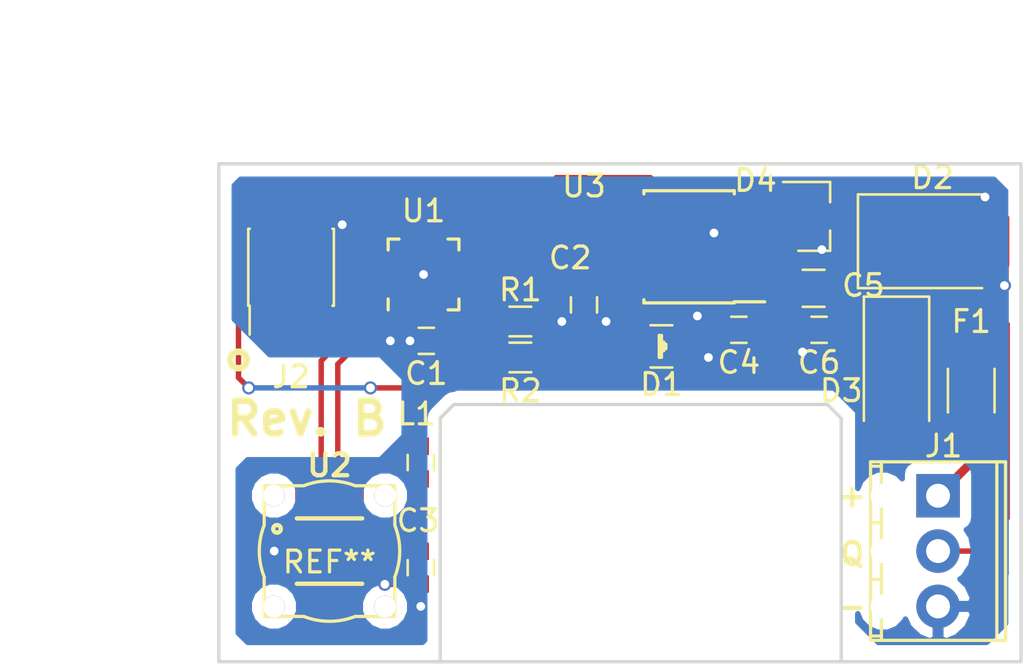
<source format=kicad_pcb>
(kicad_pcb (version 4) (host pcbnew 4.0.6)

  (general
    (links 47)
    (no_connects 0)
    (area 128.73843 86.962 177.199 119.862382)
    (thickness 1.6)
    (drawings 17)
    (tracks 212)
    (zones 0)
    (modules 20)
    (nets 33)
  )

  (page A4)
  (layers
    (0 F.Cu signal)
    (31 B.Cu signal)
    (32 B.Adhes user)
    (33 F.Adhes user)
    (34 B.Paste user)
    (35 F.Paste user)
    (36 B.SilkS user)
    (37 F.SilkS user)
    (38 B.Mask user)
    (39 F.Mask user)
    (40 Dwgs.User user)
    (41 Cmts.User user)
    (42 Eco1.User user)
    (43 Eco2.User user)
    (44 Edge.Cuts user)
    (45 Margin user)
    (46 B.CrtYd user)
    (47 F.CrtYd user)
    (48 B.Fab user)
    (49 F.Fab user)
  )

  (setup
    (last_trace_width 0.25)
    (user_trace_width 0.4)
    (trace_clearance 0.15)
    (zone_clearance 0.508)
    (zone_45_only no)
    (trace_min 0.2)
    (segment_width 0.2)
    (edge_width 0.15)
    (via_size 0.6)
    (via_drill 0.4)
    (via_min_size 0.4)
    (via_min_drill 0.3)
    (uvia_size 0.3)
    (uvia_drill 0.1)
    (uvias_allowed no)
    (uvia_min_size 0.2)
    (uvia_min_drill 0.1)
    (pcb_text_width 0.3)
    (pcb_text_size 1.5 1.5)
    (mod_edge_width 0.15)
    (mod_text_size 1 1)
    (mod_text_width 0.15)
    (pad_size 1.524 1.524)
    (pad_drill 0.762)
    (pad_to_mask_clearance 0.2)
    (aux_axis_origin 0 0)
    (grid_origin 144.9832 103.9749)
    (visible_elements 7FFFFFFF)
    (pcbplotparams
      (layerselection 0x00030_80000001)
      (usegerberextensions false)
      (excludeedgelayer true)
      (linewidth 0.100000)
      (plotframeref false)
      (viasonmask false)
      (mode 1)
      (useauxorigin false)
      (hpglpennumber 1)
      (hpglpenspeed 20)
      (hpglpendiameter 15)
      (hpglpenoverlay 2)
      (psnegative false)
      (psa4output false)
      (plotreference true)
      (plotvalue true)
      (plotinvisibletext false)
      (padsonsilk false)
      (subtractmaskfromsilk false)
      (outputformat 1)
      (mirror false)
      (drillshape 1)
      (scaleselection 1)
      (outputdirectory ""))
  )

  (net 0 "")
  (net 1 GND)
  (net 2 +3V3)
  (net 3 "Net-(C3-Pad1)")
  (net 4 "Net-(C4-Pad1)")
  (net 5 "Net-(C5-Pad3)")
  (net 6 "Net-(D1-Pad3)")
  (net 7 "Net-(D1-Pad1)")
  (net 8 "Net-(D3-Pad2)")
  (net 9 "Net-(D4-Pad1)")
  (net 10 "Net-(D4-Pad3)")
  (net 11 "Net-(R1-Pad1)")
  (net 12 "Net-(R2-Pad1)")
  (net 13 "Net-(U1-Pad1)")
  (net 14 "Net-(U1-Pad2)")
  (net 15 "Net-(U1-Pad7)")
  (net 16 "Net-(U1-Pad8)")
  (net 17 "Net-(U1-Pad9)")
  (net 18 "Net-(U1-Pad10)")
  (net 19 "Net-(U1-Pad11)")
  (net 20 "Net-(U1-Pad12)")
  (net 21 "Net-(U1-Pad13)")
  (net 22 "Net-(U1-Pad14)")
  (net 23 "Net-(U1-Pad15)")
  (net 24 "Net-(U1-Pad16)")
  (net 25 "Net-(U1-Pad17)")
  (net 26 "Net-(U1-Pad18)")
  (net 27 "Net-(U1-Pad20)")
  (net 28 "Net-(F1-Pad1)")
  (net 29 "Net-(J2-Pad1)")
  (net 30 "Net-(J2-Pad3)")
  (net 31 "Net-(J2-Pad4)")
  (net 32 "Net-(J2-Pad5)")

  (net_class Default "This is the default net class."
    (clearance 0.15)
    (trace_width 0.25)
    (via_dia 0.6)
    (via_drill 0.4)
    (uvia_dia 0.3)
    (uvia_drill 0.1)
    (add_net +3V3)
    (add_net GND)
    (add_net "Net-(C3-Pad1)")
    (add_net "Net-(C4-Pad1)")
    (add_net "Net-(C5-Pad3)")
    (add_net "Net-(D1-Pad1)")
    (add_net "Net-(D1-Pad3)")
    (add_net "Net-(D3-Pad2)")
    (add_net "Net-(D4-Pad1)")
    (add_net "Net-(D4-Pad3)")
    (add_net "Net-(F1-Pad1)")
    (add_net "Net-(J2-Pad1)")
    (add_net "Net-(J2-Pad3)")
    (add_net "Net-(J2-Pad4)")
    (add_net "Net-(J2-Pad5)")
    (add_net "Net-(R1-Pad1)")
    (add_net "Net-(R2-Pad1)")
    (add_net "Net-(U1-Pad1)")
    (add_net "Net-(U1-Pad10)")
    (add_net "Net-(U1-Pad11)")
    (add_net "Net-(U1-Pad12)")
    (add_net "Net-(U1-Pad13)")
    (add_net "Net-(U1-Pad14)")
    (add_net "Net-(U1-Pad15)")
    (add_net "Net-(U1-Pad16)")
    (add_net "Net-(U1-Pad17)")
    (add_net "Net-(U1-Pad18)")
    (add_net "Net-(U1-Pad2)")
    (add_net "Net-(U1-Pad20)")
    (add_net "Net-(U1-Pad7)")
    (add_net "Net-(U1-Pad8)")
    (add_net "Net-(U1-Pad9)")
  )

  (net_class Pwr ""
    (clearance 0.15)
    (trace_width 0.4)
    (via_dia 0.6)
    (via_drill 0.4)
    (uvia_dia 0.3)
    (uvia_drill 0.1)
  )

  (module pjo_kicad_pcb:Dual_Led_0605 placed (layer F.Cu) (tedit 5A54FB41) (tstamp 59F21609)
    (at 158.75 102.362 180)
    (descr "Dual color LED, Kingbright")
    (tags led)
    (path /59F11856)
    (attr smd)
    (fp_text reference D1 (at 0 -1.75 180) (layer F.SilkS)
      (effects (font (size 1 1) (thickness 0.15)))
    )
    (fp_text value LED_Dual_ACAC (at 0 2.1 180) (layer F.Fab) hide
      (effects (font (size 1 1) (thickness 0.15)))
    )
    (fp_line (start -0.2 -0.1) (end -0.2 0.1) (layer F.SilkS) (width 0.15))
    (fp_line (start -0.2 0.1) (end -0.1 0.1) (layer F.SilkS) (width 0.15))
    (fp_line (start -0.1 0.1) (end -0.1 -0.1) (layer F.SilkS) (width 0.15))
    (fp_line (start -0.1 -0.1) (end -0.2 -0.1) (layer F.SilkS) (width 0.15))
    (fp_line (start -0.1 0.2) (end 0 0.2) (layer F.SilkS) (width 0.15))
    (fp_line (start -0.1 -0.2) (end 0 -0.2) (layer F.SilkS) (width 0.15))
    (fp_line (start 0.1 -0.5) (end 0.1 0.5) (layer F.SilkS) (width 0.15))
    (fp_line (start 0.1 0.5) (end 0 0.5) (layer F.SilkS) (width 0.15))
    (fp_line (start 0 0.5) (end 0 -0.5) (layer F.SilkS) (width 0.15))
    (fp_line (start 0 -0.5) (end 0.1 -0.5) (layer F.SilkS) (width 0.15))
    (fp_line (start -0.1 -0.2) (end -0.1 0.2) (layer F.SilkS) (width 0.15))
    (fp_text user %R (at 0 -1.75 180) (layer F.Fab)
      (effects (font (size 1 1) (thickness 0.15)))
    )
    (fp_line (start -0.8 -0.8) (end 0.8 -0.8) (layer F.Fab) (width 0.1))
    (fp_line (start 0.8 -0.8) (end 0.8 0.8) (layer F.Fab) (width 0.1))
    (fp_line (start 0.8 0.8) (end -0.8 0.8) (layer F.Fab) (width 0.1))
    (fp_line (start -0.8 0.8) (end -0.8 -0.8) (layer F.Fab) (width 0.1))
    (fp_line (start 0.5 0.97) (end -0.5 0.97) (layer F.SilkS) (width 0.12))
    (fp_line (start 0.5 -0.97) (end -0.5 -0.97) (layer F.SilkS) (width 0.12))
    (fp_line (start -1.55 -1.05) (end 1.55 -1.05) (layer F.CrtYd) (width 0.05))
    (fp_line (start -1.55 -1.05) (end -1.55 1.05) (layer F.CrtYd) (width 0.05))
    (fp_line (start 1.55 1.05) (end 1.55 -1.05) (layer F.CrtYd) (width 0.05))
    (fp_line (start 1.55 1.05) (end -1.55 1.05) (layer F.CrtYd) (width 0.05))
    (pad 2 smd rect (at -0.875 -0.5 180) (size 0.85 0.5) (layers F.Cu F.Paste F.Mask)
      (net 1 GND))
    (pad 4 smd rect (at -0.875 0.5 180) (size 0.85 0.5) (layers F.Cu F.Paste F.Mask)
      (net 1 GND))
    (pad 3 smd rect (at 0.875 0.5 180) (size 0.85 0.5) (layers F.Cu F.Paste F.Mask)
      (net 6 "Net-(D1-Pad3)"))
    (pad 1 smd rect (at 0.875 -0.5 180) (size 0.85 0.5) (layers F.Cu F.Paste F.Mask)
      (net 7 "Net-(D1-Pad1)"))
    (model ${KISYS3DMOD}/Resistors_SMD.3dshapes/R_Array_Convex_2x0603.wrl
      (at (xyz 0 0 0))
      (scale (xyz 1 1 1))
      (rotate (xyz 0 0 0))
    )
  )

  (module Capacitors_SMD:C_0603 placed (layer F.Cu) (tedit 5A54FB1A) (tstamp 59F215BF)
    (at 147.955 102.108 180)
    (descr "Capacitor SMD 0603, reflow soldering, AVX (see smccp.pdf)")
    (tags "capacitor 0603")
    (path /59F110BD)
    (attr smd)
    (fp_text reference C1 (at 0 -1.5 180) (layer F.SilkS)
      (effects (font (size 1 1) (thickness 0.15)))
    )
    (fp_text value C (at 0.6985 -1.3589 180) (layer F.Fab) hide
      (effects (font (size 1 1) (thickness 0.15)))
    )
    (fp_line (start 1.4 0.65) (end -1.4 0.65) (layer F.CrtYd) (width 0.05))
    (fp_line (start 1.4 0.65) (end 1.4 -0.65) (layer F.CrtYd) (width 0.05))
    (fp_line (start -1.4 -0.65) (end -1.4 0.65) (layer F.CrtYd) (width 0.05))
    (fp_line (start -1.4 -0.65) (end 1.4 -0.65) (layer F.CrtYd) (width 0.05))
    (fp_line (start 0.35 0.6) (end -0.35 0.6) (layer F.SilkS) (width 0.12))
    (fp_line (start -0.35 -0.6) (end 0.35 -0.6) (layer F.SilkS) (width 0.12))
    (fp_line (start -0.8 -0.4) (end 0.8 -0.4) (layer F.Fab) (width 0.1))
    (fp_line (start 0.8 -0.4) (end 0.8 0.4) (layer F.Fab) (width 0.1))
    (fp_line (start 0.8 0.4) (end -0.8 0.4) (layer F.Fab) (width 0.1))
    (fp_line (start -0.8 0.4) (end -0.8 -0.4) (layer F.Fab) (width 0.1))
    (fp_text user %R (at 0 0 180) (layer F.Fab)
      (effects (font (size 0.3 0.3) (thickness 0.075)))
    )
    (pad 2 smd rect (at 0.75 0 180) (size 0.8 0.75) (layers F.Cu F.Paste F.Mask)
      (net 1 GND))
    (pad 1 smd rect (at -0.75 0 180) (size 0.8 0.75) (layers F.Cu F.Paste F.Mask)
      (net 2 +3V3))
    (model Capacitors_SMD.3dshapes/C_0603.wrl
      (at (xyz 0 0 0))
      (scale (xyz 1 1 1))
      (rotate (xyz 0 0 0))
    )
  )

  (module Capacitors_SMD:C_0603 placed (layer F.Cu) (tedit 5A54FB36) (tstamp 59F215C5)
    (at 155.194 100.457 270)
    (descr "Capacitor SMD 0603, reflow soldering, AVX (see smccp.pdf)")
    (tags "capacitor 0603")
    (path /59F0BEE5)
    (attr smd)
    (fp_text reference C2 (at -2.159 0.635 360) (layer F.SilkS)
      (effects (font (size 1 1) (thickness 0.15)))
    )
    (fp_text value 100n (at 0 1.5 270) (layer F.Fab) hide
      (effects (font (size 1 1) (thickness 0.15)))
    )
    (fp_line (start 1.4 0.65) (end -1.4 0.65) (layer F.CrtYd) (width 0.05))
    (fp_line (start 1.4 0.65) (end 1.4 -0.65) (layer F.CrtYd) (width 0.05))
    (fp_line (start -1.4 -0.65) (end -1.4 0.65) (layer F.CrtYd) (width 0.05))
    (fp_line (start -1.4 -0.65) (end 1.4 -0.65) (layer F.CrtYd) (width 0.05))
    (fp_line (start 0.35 0.6) (end -0.35 0.6) (layer F.SilkS) (width 0.12))
    (fp_line (start -0.35 -0.6) (end 0.35 -0.6) (layer F.SilkS) (width 0.12))
    (fp_line (start -0.8 -0.4) (end 0.8 -0.4) (layer F.Fab) (width 0.1))
    (fp_line (start 0.8 -0.4) (end 0.8 0.4) (layer F.Fab) (width 0.1))
    (fp_line (start 0.8 0.4) (end -0.8 0.4) (layer F.Fab) (width 0.1))
    (fp_line (start -0.8 0.4) (end -0.8 -0.4) (layer F.Fab) (width 0.1))
    (fp_text user %R (at 0 0 270) (layer F.Fab)
      (effects (font (size 0.3 0.3) (thickness 0.075)))
    )
    (pad 2 smd rect (at 0.75 0 270) (size 0.8 0.75) (layers F.Cu F.Paste F.Mask)
      (net 1 GND))
    (pad 1 smd rect (at -0.75 0 270) (size 0.8 0.75) (layers F.Cu F.Paste F.Mask)
      (net 2 +3V3))
    (model Capacitors_SMD.3dshapes/C_0603.wrl
      (at (xyz 0 0 0))
      (scale (xyz 1 1 1))
      (rotate (xyz 0 0 0))
    )
  )

  (module Capacitors_SMD:C_0603 placed (layer F.Cu) (tedit 5A54FB03) (tstamp 59F215CB)
    (at 147.701 112.522 270)
    (descr "Capacitor SMD 0603, reflow soldering, AVX (see smccp.pdf)")
    (tags "capacitor 0603")
    (path /59F0DACC)
    (attr smd)
    (fp_text reference C3 (at -2.159 0.127 360) (layer F.SilkS)
      (effects (font (size 1 1) (thickness 0.15)))
    )
    (fp_text value 100n (at 0 1.5 270) (layer F.Fab) hide
      (effects (font (size 1 1) (thickness 0.15)))
    )
    (fp_line (start 1.4 0.65) (end -1.4 0.65) (layer F.CrtYd) (width 0.05))
    (fp_line (start 1.4 0.65) (end 1.4 -0.65) (layer F.CrtYd) (width 0.05))
    (fp_line (start -1.4 -0.65) (end -1.4 0.65) (layer F.CrtYd) (width 0.05))
    (fp_line (start -1.4 -0.65) (end 1.4 -0.65) (layer F.CrtYd) (width 0.05))
    (fp_line (start 0.35 0.6) (end -0.35 0.6) (layer F.SilkS) (width 0.12))
    (fp_line (start -0.35 -0.6) (end 0.35 -0.6) (layer F.SilkS) (width 0.12))
    (fp_line (start -0.8 -0.4) (end 0.8 -0.4) (layer F.Fab) (width 0.1))
    (fp_line (start 0.8 -0.4) (end 0.8 0.4) (layer F.Fab) (width 0.1))
    (fp_line (start 0.8 0.4) (end -0.8 0.4) (layer F.Fab) (width 0.1))
    (fp_line (start -0.8 0.4) (end -0.8 -0.4) (layer F.Fab) (width 0.1))
    (fp_text user %R (at 0 0 270) (layer F.Fab)
      (effects (font (size 0.3 0.3) (thickness 0.075)))
    )
    (pad 2 smd rect (at 0.75 0 270) (size 0.8 0.75) (layers F.Cu F.Paste F.Mask)
      (net 1 GND))
    (pad 1 smd rect (at -0.75 0 270) (size 0.8 0.75) (layers F.Cu F.Paste F.Mask)
      (net 3 "Net-(C3-Pad1)"))
    (model Capacitors_SMD.3dshapes/C_0603.wrl
      (at (xyz 0 0 0))
      (scale (xyz 1 1 1))
      (rotate (xyz 0 0 0))
    )
  )

  (module Capacitors_SMD:C_0603 placed (layer F.Cu) (tedit 5A54FB87) (tstamp 59F215D1)
    (at 162.306 101.6 180)
    (descr "Capacitor SMD 0603, reflow soldering, AVX (see smccp.pdf)")
    (tags "capacitor 0603")
    (path /59F0BBAA)
    (attr smd)
    (fp_text reference C4 (at 0 -1.5 180) (layer F.SilkS)
      (effects (font (size 1 1) (thickness 0.15)))
    )
    (fp_text value 100n (at 0 1.5 180) (layer F.Fab) hide
      (effects (font (size 1 1) (thickness 0.15)))
    )
    (fp_line (start 1.4 0.65) (end -1.4 0.65) (layer F.CrtYd) (width 0.05))
    (fp_line (start 1.4 0.65) (end 1.4 -0.65) (layer F.CrtYd) (width 0.05))
    (fp_line (start -1.4 -0.65) (end -1.4 0.65) (layer F.CrtYd) (width 0.05))
    (fp_line (start -1.4 -0.65) (end 1.4 -0.65) (layer F.CrtYd) (width 0.05))
    (fp_line (start 0.35 0.6) (end -0.35 0.6) (layer F.SilkS) (width 0.12))
    (fp_line (start -0.35 -0.6) (end 0.35 -0.6) (layer F.SilkS) (width 0.12))
    (fp_line (start -0.8 -0.4) (end 0.8 -0.4) (layer F.Fab) (width 0.1))
    (fp_line (start 0.8 -0.4) (end 0.8 0.4) (layer F.Fab) (width 0.1))
    (fp_line (start 0.8 0.4) (end -0.8 0.4) (layer F.Fab) (width 0.1))
    (fp_line (start -0.8 0.4) (end -0.8 -0.4) (layer F.Fab) (width 0.1))
    (fp_text user %R (at 0 0 180) (layer F.Fab)
      (effects (font (size 0.3 0.3) (thickness 0.075)))
    )
    (pad 2 smd rect (at 0.75 0 180) (size 0.8 0.75) (layers F.Cu F.Paste F.Mask)
      (net 1 GND))
    (pad 1 smd rect (at -0.75 0 180) (size 0.8 0.75) (layers F.Cu F.Paste F.Mask)
      (net 4 "Net-(C4-Pad1)"))
    (model Capacitors_SMD.3dshapes/C_0603.wrl
      (at (xyz 0 0 0))
      (scale (xyz 1 1 1))
      (rotate (xyz 0 0 0))
    )
  )

  (module Capacitors_SMD:C_0603 placed (layer F.Cu) (tedit 5A54FB9E) (tstamp 59F215EB)
    (at 165.989 101.6 180)
    (descr "Capacitor SMD 0603, reflow soldering, AVX (see smccp.pdf)")
    (tags "capacitor 0603")
    (path /59F0BA77)
    (attr smd)
    (fp_text reference C6 (at 0 -1.5 180) (layer F.SilkS)
      (effects (font (size 1 1) (thickness 0.15)))
    )
    (fp_text value 2u2 (at 0 1.5 180) (layer F.Fab) hide
      (effects (font (size 1 1) (thickness 0.15)))
    )
    (fp_line (start 1.4 0.65) (end -1.4 0.65) (layer F.CrtYd) (width 0.05))
    (fp_line (start 1.4 0.65) (end 1.4 -0.65) (layer F.CrtYd) (width 0.05))
    (fp_line (start -1.4 -0.65) (end -1.4 0.65) (layer F.CrtYd) (width 0.05))
    (fp_line (start -1.4 -0.65) (end 1.4 -0.65) (layer F.CrtYd) (width 0.05))
    (fp_line (start 0.35 0.6) (end -0.35 0.6) (layer F.SilkS) (width 0.12))
    (fp_line (start -0.35 -0.6) (end 0.35 -0.6) (layer F.SilkS) (width 0.12))
    (fp_line (start -0.8 -0.4) (end 0.8 -0.4) (layer F.Fab) (width 0.1))
    (fp_line (start 0.8 -0.4) (end 0.8 0.4) (layer F.Fab) (width 0.1))
    (fp_line (start 0.8 0.4) (end -0.8 0.4) (layer F.Fab) (width 0.1))
    (fp_line (start -0.8 0.4) (end -0.8 -0.4) (layer F.Fab) (width 0.1))
    (fp_text user %R (at 0 0 180) (layer F.Fab)
      (effects (font (size 0.3 0.3) (thickness 0.075)))
    )
    (pad 2 smd rect (at 0.75 0 180) (size 0.8 0.75) (layers F.Cu F.Paste F.Mask)
      (net 1 GND))
    (pad 1 smd rect (at -0.75 0 180) (size 0.8 0.75) (layers F.Cu F.Paste F.Mask)
      (net 5 "Net-(C5-Pad3)"))
    (model Capacitors_SMD.3dshapes/C_0603.wrl
      (at (xyz 0 0 0))
      (scale (xyz 1 1 1))
      (rotate (xyz 0 0 0))
    )
  )

  (module Diodes_SMD:D_SMB placed (layer F.Cu) (tedit 5A54FBEA) (tstamp 59F2160F)
    (at 171.323 97.536)
    (descr "Diode SMB (DO-214AA)")
    (tags "Diode SMB (DO-214AA)")
    (path /59F0BBFC)
    (attr smd)
    (fp_text reference D2 (at -0.127 -2.921) (layer F.SilkS)
      (effects (font (size 1 1) (thickness 0.15)))
    )
    (fp_text value SMBJ28A (at 0 3.1) (layer F.Fab) hide
      (effects (font (size 1 1) (thickness 0.15)))
    )
    (fp_text user %R (at -0.6604 1.3208) (layer F.Fab)
      (effects (font (size 1 1) (thickness 0.15)))
    )
    (fp_line (start -3.55 -2.15) (end -3.55 2.15) (layer F.SilkS) (width 0.12))
    (fp_line (start 2.3 2) (end -2.3 2) (layer F.Fab) (width 0.1))
    (fp_line (start -2.3 2) (end -2.3 -2) (layer F.Fab) (width 0.1))
    (fp_line (start 2.3 -2) (end 2.3 2) (layer F.Fab) (width 0.1))
    (fp_line (start 2.3 -2) (end -2.3 -2) (layer F.Fab) (width 0.1))
    (fp_line (start -3.65 -2.25) (end 3.65 -2.25) (layer F.CrtYd) (width 0.05))
    (fp_line (start 3.65 -2.25) (end 3.65 2.25) (layer F.CrtYd) (width 0.05))
    (fp_line (start 3.65 2.25) (end -3.65 2.25) (layer F.CrtYd) (width 0.05))
    (fp_line (start -3.65 2.25) (end -3.65 -2.25) (layer F.CrtYd) (width 0.05))
    (fp_line (start -0.64944 0.00102) (end -1.55114 0.00102) (layer F.Fab) (width 0.1))
    (fp_line (start 0.50118 0.00102) (end 1.4994 0.00102) (layer F.Fab) (width 0.1))
    (fp_line (start -0.64944 -0.79908) (end -0.64944 0.80112) (layer F.Fab) (width 0.1))
    (fp_line (start 0.50118 0.75032) (end 0.50118 -0.79908) (layer F.Fab) (width 0.1))
    (fp_line (start -0.64944 0.00102) (end 0.50118 0.75032) (layer F.Fab) (width 0.1))
    (fp_line (start -0.64944 0.00102) (end 0.50118 -0.79908) (layer F.Fab) (width 0.1))
    (fp_line (start -3.55 2.15) (end 2.15 2.15) (layer F.SilkS) (width 0.12))
    (fp_line (start -3.55 -2.15) (end 2.15 -2.15) (layer F.SilkS) (width 0.12))
    (pad 1 smd rect (at -2.15 0) (size 2.5 2.3) (layers F.Cu F.Paste F.Mask)
      (net 5 "Net-(C5-Pad3)"))
    (pad 2 smd rect (at 2.15 0) (size 2.5 2.3) (layers F.Cu F.Paste F.Mask)
      (net 1 GND))
    (model ${KISYS3DMOD}/Diodes_SMD.3dshapes/D_SMB.wrl
      (at (xyz 0 0 0))
      (scale (xyz 1 1 1))
      (rotate (xyz 0 0 0))
    )
  )

  (module Diodes_SMD:D_MELF placed (layer F.Cu) (tedit 5A54FBCA) (tstamp 59F21615)
    (at 169.545 103.378 270)
    (descr "Diode, MELF,,")
    (tags "Diode MELF ")
    (path /59F0BA26)
    (attr smd)
    (fp_text reference D3 (at 1.016 2.54 360) (layer F.SilkS)
      (effects (font (size 1 1) (thickness 0.15)))
    )
    (fp_text value LL4001 (at -0.25 2.5 270) (layer F.Fab) hide
      (effects (font (size 1 1) (thickness 0.15)))
    )
    (fp_text user %R (at 1.905 0.0254 360) (layer F.Fab)
      (effects (font (size 1 1) (thickness 0.15)))
    )
    (fp_line (start 2.4 -1.5) (end -3.3 -1.5) (layer F.SilkS) (width 0.12))
    (fp_line (start -3.3 -1.5) (end -3.3 1.5) (layer F.SilkS) (width 0.12))
    (fp_line (start -3.3 1.5) (end 2.4 1.5) (layer F.SilkS) (width 0.12))
    (fp_line (start 2.6 -1.3) (end -2.6 -1.3) (layer F.Fab) (width 0.1))
    (fp_line (start -2.6 -1.3) (end -2.6 1.3) (layer F.Fab) (width 0.1))
    (fp_line (start -2.6 1.3) (end 2.6 1.3) (layer F.Fab) (width 0.1))
    (fp_line (start 2.6 1.3) (end 2.6 -1.3) (layer F.Fab) (width 0.1))
    (fp_line (start -0.64944 0.00102) (end -1.55114 0.00102) (layer F.Fab) (width 0.1))
    (fp_line (start 0.50118 0.00102) (end 1.4994 0.00102) (layer F.Fab) (width 0.1))
    (fp_line (start -0.64944 -0.79908) (end -0.64944 0.80112) (layer F.Fab) (width 0.1))
    (fp_line (start 0.50118 0.75032) (end 0.50118 -0.79908) (layer F.Fab) (width 0.1))
    (fp_line (start -0.64944 0.00102) (end 0.50118 0.75032) (layer F.Fab) (width 0.1))
    (fp_line (start -0.64944 0.00102) (end 0.50118 -0.79908) (layer F.Fab) (width 0.1))
    (fp_line (start -3.4 -1.6) (end 3.4 -1.6) (layer F.CrtYd) (width 0.05))
    (fp_line (start 3.4 -1.6) (end 3.4 1.6) (layer F.CrtYd) (width 0.05))
    (fp_line (start 3.4 1.6) (end -3.4 1.6) (layer F.CrtYd) (width 0.05))
    (fp_line (start -3.4 1.6) (end -3.4 -1.6) (layer F.CrtYd) (width 0.05))
    (pad 1 smd rect (at -2.4 0 270) (size 1.5 2.7) (layers F.Cu F.Paste F.Mask)
      (net 5 "Net-(C5-Pad3)"))
    (pad 2 smd rect (at 2.4 0 270) (size 1.5 2.7) (layers F.Cu F.Paste F.Mask)
      (net 8 "Net-(D3-Pad2)"))
    (model ${KISYS3DMOD}/Diodes_SMD.3dshapes/D_MELF.wrl
      (at (xyz 0 0 0))
      (scale (xyz 1 1 1))
      (rotate (xyz 0 0 0))
    )
  )

  (module TO_SOT_Packages_SMD:SOT-23 placed (layer F.Cu) (tedit 5A54FB72) (tstamp 59F2161C)
    (at 165.735 96.393)
    (descr "SOT-23, Standard")
    (tags SOT-23)
    (path /59F0E5EC)
    (attr smd)
    (fp_text reference D4 (at -2.667 -1.651) (layer F.SilkS)
      (effects (font (size 1 1) (thickness 0.15)))
    )
    (fp_text value NUP1105LT1G (at 0 2.5) (layer F.Fab) hide
      (effects (font (size 1 1) (thickness 0.15)))
    )
    (fp_text user %R (at 0 0 90) (layer F.Fab)
      (effects (font (size 0.5 0.5) (thickness 0.075)))
    )
    (fp_line (start -0.7 -0.95) (end -0.7 1.5) (layer F.Fab) (width 0.1))
    (fp_line (start -0.15 -1.52) (end 0.7 -1.52) (layer F.Fab) (width 0.1))
    (fp_line (start -0.7 -0.95) (end -0.15 -1.52) (layer F.Fab) (width 0.1))
    (fp_line (start 0.7 -1.52) (end 0.7 1.52) (layer F.Fab) (width 0.1))
    (fp_line (start -0.7 1.52) (end 0.7 1.52) (layer F.Fab) (width 0.1))
    (fp_line (start 0.76 1.58) (end 0.76 0.65) (layer F.SilkS) (width 0.12))
    (fp_line (start 0.76 -1.58) (end 0.76 -0.65) (layer F.SilkS) (width 0.12))
    (fp_line (start -1.7 -1.75) (end 1.7 -1.75) (layer F.CrtYd) (width 0.05))
    (fp_line (start 1.7 -1.75) (end 1.7 1.75) (layer F.CrtYd) (width 0.05))
    (fp_line (start 1.7 1.75) (end -1.7 1.75) (layer F.CrtYd) (width 0.05))
    (fp_line (start -1.7 1.75) (end -1.7 -1.75) (layer F.CrtYd) (width 0.05))
    (fp_line (start 0.76 -1.58) (end -1.4 -1.58) (layer F.SilkS) (width 0.12))
    (fp_line (start 0.76 1.58) (end -0.7 1.58) (layer F.SilkS) (width 0.12))
    (pad 1 smd rect (at -1 -0.95) (size 0.9 0.8) (layers F.Cu F.Paste F.Mask)
      (net 9 "Net-(D4-Pad1)"))
    (pad 2 smd rect (at -1 0.95) (size 0.9 0.8) (layers F.Cu F.Paste F.Mask)
      (net 1 GND))
    (pad 3 smd rect (at 1 0) (size 0.9 0.8) (layers F.Cu F.Paste F.Mask)
      (net 10 "Net-(D4-Pad3)"))
    (model ${KISYS3DMOD}/TO_SOT_Packages_SMD.3dshapes/SOT-23.wrl
      (at (xyz 0 0 0))
      (scale (xyz 1 1 1))
      (rotate (xyz 0 0 0))
    )
  )

  (module Connectors_Terminal_Blocks:TerminalBlock_Pheonix_MPT-2.54mm_3pol placed (layer F.Cu) (tedit 5A54FBB8) (tstamp 59F21626)
    (at 171.45 109.22 270)
    (descr "3-way 2.54mm pitch terminal block, Phoenix MPT series")
    (path /59F0B9CD)
    (fp_text reference J1 (at -2.286 -0.254 360) (layer F.SilkS)
      (effects (font (size 1 1) (thickness 0.15)))
    )
    (fp_text value Screw_Terminal_1x03 (at 2.54 4.50088 270) (layer F.Fab) hide
      (effects (font (size 1 1) (thickness 0.15)))
    )
    (fp_line (start -1.778 3.302) (end 6.858 3.302) (layer F.CrtYd) (width 0.05))
    (fp_line (start -1.778 -3.302) (end -1.778 3.302) (layer F.CrtYd) (width 0.05))
    (fp_line (start 6.858 -3.302) (end -1.778 -3.302) (layer F.CrtYd) (width 0.05))
    (fp_line (start 6.858 3.302) (end 6.858 -3.302) (layer F.CrtYd) (width 0.05))
    (fp_line (start 6.63956 -3.0988) (end -1.55956 -3.0988) (layer F.SilkS) (width 0.15))
    (fp_line (start 6.63956 -2.70002) (end -1.55956 -2.70002) (layer F.SilkS) (width 0.15))
    (fp_line (start 6.63956 2.60096) (end -1.55956 2.60096) (layer F.SilkS) (width 0.15))
    (fp_line (start -1.55956 3.0988) (end 6.63956 3.0988) (layer F.SilkS) (width 0.15))
    (fp_line (start 3.84048 2.60096) (end 3.84048 3.0988) (layer F.SilkS) (width 0.15))
    (fp_line (start -1.3589 3.0988) (end -1.3589 2.60096) (layer F.SilkS) (width 0.15))
    (fp_line (start 6.44144 2.60096) (end 6.44144 3.0988) (layer F.SilkS) (width 0.15))
    (fp_line (start 1.24206 3.0988) (end 1.24206 2.60096) (layer F.SilkS) (width 0.15))
    (fp_line (start 6.63956 3.0988) (end 6.63956 -3.0988) (layer F.SilkS) (width 0.15))
    (fp_line (start -1.55702 -3.0988) (end -1.55702 3.0988) (layer F.SilkS) (width 0.15))
    (pad 3 thru_hole oval (at 5.08 0 270) (size 1.99898 1.99898) (drill 1.09728) (layers *.Cu *.Mask)
      (net 1 GND))
    (pad 1 thru_hole rect (at 0 0 270) (size 1.99898 1.99898) (drill 1.09728) (layers *.Cu *.Mask)
      (net 28 "Net-(F1-Pad1)"))
    (pad 2 thru_hole oval (at 2.54 0 270) (size 1.99898 1.99898) (drill 1.09728) (layers *.Cu *.Mask)
      (net 9 "Net-(D4-Pad1)"))
    (pad "" np_thru_hole circle (at 0 2.54 270) (size 1.1 1.1) (drill 1.1) (layers *.Cu *.Mask))
    (pad "" np_thru_hole circle (at 2.54 2.54 270) (size 1.1 1.1) (drill 1.1) (layers *.Cu *.Mask))
    (pad "" np_thru_hole circle (at 5.08 2.54 270) (size 1.1 1.1) (drill 1.1) (layers *.Cu *.Mask))
    (model Terminal_Blocks.3dshapes/TerminalBlock_Pheonix_MPT-2.54mm_3pol.wrl
      (at (xyz 0.1 0 0))
      (scale (xyz 1 1 1))
      (rotate (xyz 0 0 0))
    )
  )

  (module Capacitors_SMD:C_0603 placed (layer F.Cu) (tedit 5A54FB0C) (tstamp 59F2162C)
    (at 147.701 107.696 270)
    (descr "Capacitor SMD 0603, reflow soldering, AVX (see smccp.pdf)")
    (tags "capacitor 0603")
    (path /59F0D4AC)
    (attr smd)
    (fp_text reference L1 (at -2.2352 0.1905 360) (layer F.SilkS)
      (effects (font (size 1 1) (thickness 0.15)))
    )
    (fp_text value 600Ohm (at 0 1.5 270) (layer F.Fab) hide
      (effects (font (size 1 1) (thickness 0.15)))
    )
    (fp_line (start 1.4 0.65) (end -1.4 0.65) (layer F.CrtYd) (width 0.05))
    (fp_line (start 1.4 0.65) (end 1.4 -0.65) (layer F.CrtYd) (width 0.05))
    (fp_line (start -1.4 -0.65) (end -1.4 0.65) (layer F.CrtYd) (width 0.05))
    (fp_line (start -1.4 -0.65) (end 1.4 -0.65) (layer F.CrtYd) (width 0.05))
    (fp_line (start 0.35 0.6) (end -0.35 0.6) (layer F.SilkS) (width 0.12))
    (fp_line (start -0.35 -0.6) (end 0.35 -0.6) (layer F.SilkS) (width 0.12))
    (fp_line (start -0.8 -0.4) (end 0.8 -0.4) (layer F.Fab) (width 0.1))
    (fp_line (start 0.8 -0.4) (end 0.8 0.4) (layer F.Fab) (width 0.1))
    (fp_line (start 0.8 0.4) (end -0.8 0.4) (layer F.Fab) (width 0.1))
    (fp_line (start -0.8 0.4) (end -0.8 -0.4) (layer F.Fab) (width 0.1))
    (fp_text user %R (at 0 0 270) (layer F.Fab)
      (effects (font (size 0.3 0.3) (thickness 0.075)))
    )
    (pad 2 smd rect (at 0.75 0 270) (size 0.8 0.75) (layers F.Cu F.Paste F.Mask)
      (net 3 "Net-(C3-Pad1)"))
    (pad 1 smd rect (at -0.75 0 270) (size 0.8 0.75) (layers F.Cu F.Paste F.Mask)
      (net 2 +3V3))
    (model Capacitors_SMD.3dshapes/C_0603.wrl
      (at (xyz 0 0 0))
      (scale (xyz 1 1 1))
      (rotate (xyz 0 0 0))
    )
  )

  (module Resistors_SMD:R_0603 placed (layer F.Cu) (tedit 5A54FB24) (tstamp 59F21632)
    (at 152.273 101.219)
    (descr "Resistor SMD 0603, reflow soldering, Vishay (see dcrcw.pdf)")
    (tags "resistor 0603")
    (path /59F0E4F1)
    (attr smd)
    (fp_text reference R1 (at 0 -1.45) (layer F.SilkS)
      (effects (font (size 1 1) (thickness 0.15)))
    )
    (fp_text value 1k (at 0 1.5) (layer F.Fab) hide
      (effects (font (size 1 1) (thickness 0.15)))
    )
    (fp_text user %R (at 0 0) (layer F.Fab)
      (effects (font (size 0.4 0.4) (thickness 0.075)))
    )
    (fp_line (start -0.8 0.4) (end -0.8 -0.4) (layer F.Fab) (width 0.1))
    (fp_line (start 0.8 0.4) (end -0.8 0.4) (layer F.Fab) (width 0.1))
    (fp_line (start 0.8 -0.4) (end 0.8 0.4) (layer F.Fab) (width 0.1))
    (fp_line (start -0.8 -0.4) (end 0.8 -0.4) (layer F.Fab) (width 0.1))
    (fp_line (start 0.5 0.68) (end -0.5 0.68) (layer F.SilkS) (width 0.12))
    (fp_line (start -0.5 -0.68) (end 0.5 -0.68) (layer F.SilkS) (width 0.12))
    (fp_line (start -1.25 -0.7) (end 1.25 -0.7) (layer F.CrtYd) (width 0.05))
    (fp_line (start -1.25 -0.7) (end -1.25 0.7) (layer F.CrtYd) (width 0.05))
    (fp_line (start 1.25 0.7) (end 1.25 -0.7) (layer F.CrtYd) (width 0.05))
    (fp_line (start 1.25 0.7) (end -1.25 0.7) (layer F.CrtYd) (width 0.05))
    (pad 1 smd rect (at -0.75 0) (size 0.5 0.9) (layers F.Cu F.Paste F.Mask)
      (net 11 "Net-(R1-Pad1)"))
    (pad 2 smd rect (at 0.75 0) (size 0.5 0.9) (layers F.Cu F.Paste F.Mask)
      (net 6 "Net-(D1-Pad3)"))
    (model ${KISYS3DMOD}/Resistors_SMD.3dshapes/R_0603.wrl
      (at (xyz 0 0 0))
      (scale (xyz 1 1 1))
      (rotate (xyz 0 0 0))
    )
  )

  (module Resistors_SMD:R_0603 placed (layer F.Cu) (tedit 5A54FB2C) (tstamp 59F21638)
    (at 152.273 102.87)
    (descr "Resistor SMD 0603, reflow soldering, Vishay (see dcrcw.pdf)")
    (tags "resistor 0603")
    (path /59F0E52C)
    (attr smd)
    (fp_text reference R2 (at 0 1.524) (layer F.SilkS)
      (effects (font (size 1 1) (thickness 0.15)))
    )
    (fp_text value 1k (at 0 1.5) (layer F.Fab) hide
      (effects (font (size 1 1) (thickness 0.15)))
    )
    (fp_text user %R (at 0 0) (layer F.Fab)
      (effects (font (size 0.4 0.4) (thickness 0.075)))
    )
    (fp_line (start -0.8 0.4) (end -0.8 -0.4) (layer F.Fab) (width 0.1))
    (fp_line (start 0.8 0.4) (end -0.8 0.4) (layer F.Fab) (width 0.1))
    (fp_line (start 0.8 -0.4) (end 0.8 0.4) (layer F.Fab) (width 0.1))
    (fp_line (start -0.8 -0.4) (end 0.8 -0.4) (layer F.Fab) (width 0.1))
    (fp_line (start 0.5 0.68) (end -0.5 0.68) (layer F.SilkS) (width 0.12))
    (fp_line (start -0.5 -0.68) (end 0.5 -0.68) (layer F.SilkS) (width 0.12))
    (fp_line (start -1.25 -0.7) (end 1.25 -0.7) (layer F.CrtYd) (width 0.05))
    (fp_line (start -1.25 -0.7) (end -1.25 0.7) (layer F.CrtYd) (width 0.05))
    (fp_line (start 1.25 0.7) (end 1.25 -0.7) (layer F.CrtYd) (width 0.05))
    (fp_line (start 1.25 0.7) (end -1.25 0.7) (layer F.CrtYd) (width 0.05))
    (pad 1 smd rect (at -0.75 0) (size 0.5 0.9) (layers F.Cu F.Paste F.Mask)
      (net 12 "Net-(R2-Pad1)"))
    (pad 2 smd rect (at 0.75 0) (size 0.5 0.9) (layers F.Cu F.Paste F.Mask)
      (net 7 "Net-(D1-Pad1)"))
    (model ${KISYS3DMOD}/Resistors_SMD.3dshapes/R_0603.wrl
      (at (xyz 0 0 0))
      (scale (xyz 1 1 1))
      (rotate (xyz 0 0 0))
    )
  )

  (module pjo_kicad_pcb:UQFN-20-1EP_3x3mm_Pitch0.45mm placed (layer F.Cu) (tedit 5A54FAE3) (tstamp 59F21664)
    (at 147.828 99.06 90)
    (descr "20-Lead Ultra Thin Plastic Quad Flat, No Lead Package (JP) - 3x3x0.50 mm Body [UQFN]; (see Microchip Packaging Specification 00000049BS.pdf)")
    (tags "QFN 0.45")
    (path /59F0B724)
    (attr smd)
    (fp_text reference U1 (at 2.921 0 180) (layer F.SilkS)
      (effects (font (size 1 1) (thickness 0.15)))
    )
    (fp_text value ATTINY816-MFR (at 6.3246 0.5842 180) (layer F.Fab) hide
      (effects (font (size 1 1) (thickness 0.15)))
    )
    (fp_line (start -0.5 -1.5) (end 1.5 -1.5) (layer F.Fab) (width 0.15))
    (fp_line (start 1.5 -1.5) (end 1.5 1.5) (layer F.Fab) (width 0.15))
    (fp_line (start 1.5 1.5) (end -1.5 1.5) (layer F.Fab) (width 0.15))
    (fp_line (start -1.5 1.5) (end -1.5 -0.5) (layer F.Fab) (width 0.15))
    (fp_line (start -1.5 -0.5) (end -0.5 -1.5) (layer F.Fab) (width 0.15))
    (fp_line (start -2.15 -2.15) (end -2.15 2.15) (layer F.CrtYd) (width 0.05))
    (fp_line (start 2.15 -2.15) (end 2.15 2.15) (layer F.CrtYd) (width 0.05))
    (fp_line (start -2.15 -2.15) (end 2.15 -2.15) (layer F.CrtYd) (width 0.05))
    (fp_line (start -2.15 2.15) (end 2.15 2.15) (layer F.CrtYd) (width 0.05))
    (fp_line (start 1.625 -1.625) (end 1.625 -1.125) (layer F.SilkS) (width 0.15))
    (fp_line (start -1.625 1.625) (end -1.625 1.125) (layer F.SilkS) (width 0.15))
    (fp_line (start 1.625 1.625) (end 1.625 1.125) (layer F.SilkS) (width 0.15))
    (fp_line (start -1.625 -1.625) (end -1.125 -1.625) (layer F.SilkS) (width 0.15))
    (fp_line (start -1.625 1.625) (end -1.125 1.625) (layer F.SilkS) (width 0.15))
    (fp_line (start 1.625 1.625) (end 1.125 1.625) (layer F.SilkS) (width 0.15))
    (fp_line (start 1.625 -1.625) (end 1.125 -1.625) (layer F.SilkS) (width 0.15))
    (pad 1 smd oval (at -1.5 -0.9 90) (size 0.8 0.3) (layers F.Cu F.Paste F.Mask)
      (net 13 "Net-(U1-Pad1)"))
    (pad 2 smd oval (at -1.5 -0.45 90) (size 0.8 0.3) (layers F.Cu F.Paste F.Mask)
      (net 14 "Net-(U1-Pad2)"))
    (pad 3 smd oval (at -1.5 0 90) (size 0.8 0.3) (layers F.Cu F.Paste F.Mask)
      (net 1 GND))
    (pad 4 smd oval (at -1.5 0.45 90) (size 0.8 0.3) (layers F.Cu F.Paste F.Mask)
      (net 2 +3V3))
    (pad 5 smd oval (at -1.5 0.9 90) (size 0.8 0.3) (layers F.Cu F.Paste F.Mask)
      (net 12 "Net-(R2-Pad1)"))
    (pad 6 smd oval (at -0.9 1.5 180) (size 0.8 0.3) (layers F.Cu F.Paste F.Mask)
      (net 11 "Net-(R1-Pad1)"))
    (pad 7 smd oval (at -0.45 1.5 180) (size 0.8 0.3) (layers F.Cu F.Paste F.Mask)
      (net 15 "Net-(U1-Pad7)"))
    (pad 8 smd oval (at 0 1.5 180) (size 0.8 0.3) (layers F.Cu F.Paste F.Mask)
      (net 16 "Net-(U1-Pad8)"))
    (pad 9 smd oval (at 0.45 1.5 180) (size 0.8 0.3) (layers F.Cu F.Paste F.Mask)
      (net 17 "Net-(U1-Pad9)"))
    (pad 10 smd oval (at 0.9 1.5 180) (size 0.8 0.3) (layers F.Cu F.Paste F.Mask)
      (net 18 "Net-(U1-Pad10)"))
    (pad 11 smd oval (at 1.5 0.9 90) (size 0.8 0.3) (layers F.Cu F.Paste F.Mask)
      (net 19 "Net-(U1-Pad11)"))
    (pad 12 smd oval (at 1.5 0.45 90) (size 0.8 0.3) (layers F.Cu F.Paste F.Mask)
      (net 20 "Net-(U1-Pad12)"))
    (pad 13 smd oval (at 1.5 0 90) (size 0.8 0.3) (layers F.Cu F.Paste F.Mask)
      (net 21 "Net-(U1-Pad13)"))
    (pad 14 smd oval (at 1.5 -0.45 90) (size 0.8 0.3) (layers F.Cu F.Paste F.Mask)
      (net 22 "Net-(U1-Pad14)"))
    (pad 15 smd oval (at 1.5 -0.9 90) (size 0.8 0.3) (layers F.Cu F.Paste F.Mask)
      (net 23 "Net-(U1-Pad15)"))
    (pad 16 smd oval (at 0.9 -1.5 180) (size 0.8 0.3) (layers F.Cu F.Paste F.Mask)
      (net 24 "Net-(U1-Pad16)"))
    (pad 17 smd oval (at 0.45 -1.5 180) (size 0.8 0.3) (layers F.Cu F.Paste F.Mask)
      (net 25 "Net-(U1-Pad17)"))
    (pad 18 smd oval (at 0 -1.5 180) (size 0.8 0.3) (layers F.Cu F.Paste F.Mask)
      (net 26 "Net-(U1-Pad18)"))
    (pad 19 smd oval (at -0.45 -1.5 180) (size 0.8 0.3) (layers F.Cu F.Paste F.Mask)
      (net 29 "Net-(J2-Pad1)"))
    (pad 20 smd oval (at -0.9 -1.5 180) (size 0.8 0.3) (layers F.Cu F.Paste F.Mask)
      (net 27 "Net-(U1-Pad20)"))
    (pad 21 smd rect (at 0.4 0.4 90) (size 0.8 0.8) (layers F.Cu F.Paste F.Mask)
      (net 1 GND) (solder_paste_margin_ratio -0.2))
    (pad 21 smd rect (at 0.4 -0.4 90) (size 0.8 0.8) (layers F.Cu F.Paste F.Mask)
      (net 1 GND) (solder_paste_margin_ratio -0.2))
    (pad 21 smd rect (at -0.4 0.4 90) (size 0.8 0.8) (layers F.Cu F.Paste F.Mask)
      (net 1 GND) (solder_paste_margin_ratio -0.2))
    (pad 21 smd rect (at -0.4 -0.4 90) (size 0.8 0.8) (layers F.Cu F.Paste F.Mask)
      (net 1 GND) (solder_paste_margin_ratio -0.2))
    (model ${KISYS3DMOD}/Housings_DFN_QFN.3dshapes/UQFN-20-1EP_3x3mm_Pitch0.4mm.wrl
      (at (xyz 0 0 0))
      (scale (xyz 1 1 1))
      (rotate (xyz 0 0 0))
    )
  )

  (module SHT21:SON100P300X300X110-7N placed (layer F.Cu) (tedit 5A033253) (tstamp 59F2166F)
    (at 143.51 111.76)
    (path /59F0B723)
    (attr smd)
    (fp_text reference U2 (at 0 -3.937) (layer F.SilkS)
      (effects (font (size 1.00169 1.00169) (thickness 0.2)))
    )
    (fp_text value SHT2x (at 0 4.064) (layer F.SilkS) hide
      (effects (font (size 1.00143 1.00143) (thickness 0.05)))
    )
    (fp_line (start -2.15 -1.8) (end 2.15 -1.8) (layer Dwgs.User) (width 0.05))
    (fp_line (start 2.15 -1.8) (end 2.15 1.8) (layer Dwgs.User) (width 0.05))
    (fp_line (start 2.15 1.8) (end -2.15 1.8) (layer Dwgs.User) (width 0.05))
    (fp_line (start -2.15 1.8) (end -2.15 -1.8) (layer Dwgs.User) (width 0.05))
    (fp_line (start -1.5 -1.5) (end 1.5 -1.5) (layer F.SilkS) (width 0.2))
    (fp_line (start 1.5 -1.5) (end 1.5 1.5) (layer Dwgs.User) (width 0.2))
    (fp_line (start 1.5 1.5) (end -1.5 1.5) (layer F.SilkS) (width 0.2))
    (fp_line (start -1.5 1.5) (end -1.5 -1.5) (layer Dwgs.User) (width 0.2))
    (fp_poly (pts (xy -0.450686 -0.85) (xy 0.45 -0.85) (xy 0.45 0.851296) (xy -0.450686 0.851296)) (layer F.Paste) (width 0.381))
    (fp_circle (center -2.41 -1.02) (end -2.23507 -1.02) (layer F.SilkS) (width 0.2))
    (pad 1 smd rect (at -1.45 -1) (size 0.85 0.45) (layers F.Cu F.Paste F.Mask)
      (net 27 "Net-(U1-Pad20)"))
    (pad 2 smd rect (at -1.45 0) (size 0.85 0.45) (layers F.Cu F.Paste F.Mask)
      (net 1 GND))
    (pad 3 smd rect (at -1.45 1) (size 0.85 0.45) (layers F.Cu F.Paste F.Mask))
    (pad 4 smd rect (at 1.45 1 180) (size 0.85 0.45) (layers F.Cu F.Paste F.Mask))
    (pad 5 smd rect (at 1.45 0 180) (size 0.85 0.45) (layers F.Cu F.Paste F.Mask)
      (net 3 "Net-(C3-Pad1)"))
    (pad 6 smd rect (at 1.45 -1 180) (size 0.85 0.45) (layers F.Cu F.Paste F.Mask)
      (net 13 "Net-(U1-Pad1)"))
    (pad 7 smd rect (at 0 0) (size 1.6 2.4) (layers F.Cu F.Paste F.Mask))
  )

  (module Housings_SOIC:SOIC-8_3.9x4.9mm_Pitch1.27mm placed (layer F.Cu) (tedit 5A54FB4B) (tstamp 59F2167B)
    (at 160.02 97.79 180)
    (descr "8-Lead Plastic Small Outline (SN) - Narrow, 3.90 mm Body [SOIC] (see Microchip Packaging Specification 00000049BS.pdf)")
    (tags "SOIC 1.27")
    (path /59F0B722)
    (attr smd)
    (fp_text reference U3 (at 4.826 2.794 180) (layer F.SilkS)
      (effects (font (size 1 1) (thickness 0.15)))
    )
    (fp_text value TJA1028TK (at 0 3.5 180) (layer F.Fab) hide
      (effects (font (size 1 1) (thickness 0.15)))
    )
    (fp_text user %R (at 0 0 180) (layer F.Fab)
      (effects (font (size 1 1) (thickness 0.15)))
    )
    (fp_line (start -0.95 -2.45) (end 1.95 -2.45) (layer F.Fab) (width 0.1))
    (fp_line (start 1.95 -2.45) (end 1.95 2.45) (layer F.Fab) (width 0.1))
    (fp_line (start 1.95 2.45) (end -1.95 2.45) (layer F.Fab) (width 0.1))
    (fp_line (start -1.95 2.45) (end -1.95 -1.45) (layer F.Fab) (width 0.1))
    (fp_line (start -1.95 -1.45) (end -0.95 -2.45) (layer F.Fab) (width 0.1))
    (fp_line (start -3.73 -2.7) (end -3.73 2.7) (layer F.CrtYd) (width 0.05))
    (fp_line (start 3.73 -2.7) (end 3.73 2.7) (layer F.CrtYd) (width 0.05))
    (fp_line (start -3.73 -2.7) (end 3.73 -2.7) (layer F.CrtYd) (width 0.05))
    (fp_line (start -3.73 2.7) (end 3.73 2.7) (layer F.CrtYd) (width 0.05))
    (fp_line (start -2.075 -2.575) (end -2.075 -2.525) (layer F.SilkS) (width 0.15))
    (fp_line (start 2.075 -2.575) (end 2.075 -2.43) (layer F.SilkS) (width 0.15))
    (fp_line (start 2.075 2.575) (end 2.075 2.43) (layer F.SilkS) (width 0.15))
    (fp_line (start -2.075 2.575) (end -2.075 2.43) (layer F.SilkS) (width 0.15))
    (fp_line (start -2.075 -2.575) (end 2.075 -2.575) (layer F.SilkS) (width 0.15))
    (fp_line (start -2.075 2.575) (end 2.075 2.575) (layer F.SilkS) (width 0.15))
    (fp_line (start -2.075 -2.525) (end -3.475 -2.525) (layer F.SilkS) (width 0.15))
    (pad 1 smd rect (at -2.7 -1.905 180) (size 1.55 0.6) (layers F.Cu F.Paste F.Mask)
      (net 4 "Net-(C4-Pad1)"))
    (pad 2 smd rect (at -2.7 -0.635 180) (size 1.55 0.6) (layers F.Cu F.Paste F.Mask)
      (net 21 "Net-(U1-Pad13)"))
    (pad 3 smd rect (at -2.7 0.635 180) (size 1.55 0.6) (layers F.Cu F.Paste F.Mask)
      (net 1 GND))
    (pad 4 smd rect (at -2.7 1.905 180) (size 1.55 0.6) (layers F.Cu F.Paste F.Mask)
      (net 9 "Net-(D4-Pad1)"))
    (pad 5 smd rect (at 2.7 1.905 180) (size 1.55 0.6) (layers F.Cu F.Paste F.Mask)
      (net 19 "Net-(U1-Pad11)"))
    (pad 6 smd rect (at 2.7 0.635 180) (size 1.55 0.6) (layers F.Cu F.Paste F.Mask)
      (net 20 "Net-(U1-Pad12)"))
    (pad 7 smd rect (at 2.7 -0.635 180) (size 1.55 0.6) (layers F.Cu F.Paste F.Mask)
      (net 18 "Net-(U1-Pad10)"))
    (pad 8 smd rect (at 2.7 -1.905 180) (size 1.55 0.6) (layers F.Cu F.Paste F.Mask)
      (net 2 +3V3))
    (model ${KISYS3DMOD}/Housings_SOIC.3dshapes/SOIC-8_3.9x4.9mm_Pitch1.27mm.wrl
      (at (xyz 0 0 0))
      (scale (xyz 1 1 1))
      (rotate (xyz 0 0 0))
    )
  )

  (module pjo_kicad_pcb:SHT-dustcap (layer F.Cu) (tedit 5A54FAF9) (tstamp 59F3363C)
    (at 143.51 111.76)
    (fp_text reference REF** (at 0 0.5) (layer F.SilkS)
      (effects (font (size 1 1) (thickness 0.15)))
    )
    (fp_text value SHT-dustcap (at 0.1 -0.5) (layer F.Fab) hide
      (effects (font (size 1 1) (thickness 0.15)))
    )
    (fp_line (start 1.18 -3) (end 3 -3) (layer F.SilkS) (width 0.15))
    (fp_line (start 3 -1.18) (end 3 -3) (layer F.SilkS) (width 0.15))
    (fp_line (start 1.18 3) (end 3 3) (layer F.SilkS) (width 0.15))
    (fp_line (start -3 1.18) (end -3 3) (layer F.SilkS) (width 0.15))
    (fp_arc (start 0 0) (end 3 1.18) (angle -42.5) (layer F.SilkS) (width 0.15))
    (fp_arc (start 0 0) (end 1.18 3) (angle 42.5) (layer F.SilkS) (width 0.15))
    (fp_arc (start 0 0) (end -3 1.18) (angle 42.5) (layer F.SilkS) (width 0.15))
    (fp_arc (start 0 0) (end -1.18 -3) (angle 42.5) (layer F.SilkS) (width 0.15))
    (fp_line (start -3 3) (end -1.18 3) (layer F.SilkS) (width 0.15))
    (fp_line (start 2.9 3) (end 3 3) (layer F.SilkS) (width 0.15))
    (fp_line (start 3 3) (end 3 1.18) (layer F.SilkS) (width 0.15))
    (fp_line (start -3 -3) (end -3 -1.18) (layer F.SilkS) (width 0.15))
    (fp_line (start -3 -3) (end -1.18 -3) (layer F.SilkS) (width 0.15))
    (pad "" thru_hole circle (at -2.55 2.55) (size 1 1) (drill 1) (layers *.Cu *.Mask))
    (pad "" thru_hole circle (at -2.55 -2.55) (size 1 1) (drill 1) (layers *.Cu *.Mask))
    (pad "" thru_hole circle (at 2.55 -2.55) (size 1 1) (drill 1) (layers *.Cu *.Mask))
    (pad "" thru_hole circle (at 2.55 2.55) (size 1 1) (drill 1) (layers *.Cu *.Mask))
  )

  (module Fuse_Holders_and_Fuses:Fuse_SMD1206_Reflow (layer F.Cu) (tedit 5A54FBB1) (tstamp 59FAD7EF)
    (at 172.974 104.394 90)
    (descr "Fuse, Sicherung, SMD1206, Littlefuse-Wickmann, Reflow,")
    (tags "Fuse Sicherung SMD1206 Littlefuse-Wickmann Reflow ")
    (path /59FAD82B)
    (attr smd)
    (fp_text reference F1 (at 3.175 0 180) (layer F.SilkS)
      (effects (font (size 1 1) (thickness 0.15)))
    )
    (fp_text value 125mA (at -0.45 3.2 90) (layer F.Fab) hide
      (effects (font (size 1 1) (thickness 0.15)))
    )
    (fp_line (start -1.6 0.8) (end -1.6 -0.8) (layer F.Fab) (width 0.1))
    (fp_line (start 1.6 0.8) (end -1.6 0.8) (layer F.Fab) (width 0.1))
    (fp_line (start 1.6 -0.8) (end 1.6 0.8) (layer F.Fab) (width 0.1))
    (fp_line (start -1.6 -0.8) (end 1.6 -0.8) (layer F.Fab) (width 0.1))
    (fp_line (start 1 1.07) (end -1 1.07) (layer F.SilkS) (width 0.12))
    (fp_line (start -1 -1.07) (end 1 -1.07) (layer F.SilkS) (width 0.12))
    (fp_line (start -2.47 -1.05) (end 2.47 -1.05) (layer F.CrtYd) (width 0.05))
    (fp_line (start -2.47 -1.05) (end -2.47 1.05) (layer F.CrtYd) (width 0.05))
    (fp_line (start 2.47 1.05) (end 2.47 -1.05) (layer F.CrtYd) (width 0.05))
    (fp_line (start 2.47 1.05) (end -2.47 1.05) (layer F.CrtYd) (width 0.05))
    (pad 1 smd rect (at -1.2 0 180) (size 2.03 1.14) (layers F.Cu F.Paste F.Mask)
      (net 28 "Net-(F1-Pad1)"))
    (pad 2 smd rect (at 1.2 0 180) (size 2.03 1.14) (layers F.Cu F.Paste F.Mask)
      (net 8 "Net-(D3-Pad2)"))
  )

  (module pjo_kicad_pcb:C_0805_3 placed (layer F.Cu) (tedit 5A54FBDE) (tstamp 59F215E5)
    (at 165.735 99.695)
    (descr "Feed thru Capacitor SMD 0805")
    (tags "capacitor 0805-3")
    (path /59F0C9AA)
    (attr smd)
    (fp_text reference C5 (at 2.286 -0.127) (layer F.SilkS)
      (effects (font (size 1 1) (thickness 0.15)))
    )
    (fp_text value "1000p 50V .4A" (at 0 1.75) (layer F.Fab) hide
      (effects (font (size 1 1) (thickness 0.15)))
    )
    (fp_text user %R (at -0.0508 0.0381) (layer F.Fab)
      (effects (font (size 1 1) (thickness 0.15)))
    )
    (fp_line (start -1 0.62) (end -1 -0.62) (layer F.Fab) (width 0.1))
    (fp_line (start 1 0.62) (end -1 0.62) (layer F.Fab) (width 0.1))
    (fp_line (start 1 -0.62) (end 1 0.62) (layer F.Fab) (width 0.1))
    (fp_line (start -1 -0.62) (end 1 -0.62) (layer F.Fab) (width 0.1))
    (fp_line (start 0.5 -0.85) (end -0.5 -0.85) (layer F.SilkS) (width 0.12))
    (fp_line (start -0.5 0.85) (end 0.5 0.85) (layer F.SilkS) (width 0.12))
    (fp_line (start -1.75 -0.88) (end 1.75 -0.88) (layer F.CrtYd) (width 0.05))
    (fp_line (start -1.75 -0.88) (end -1.75 0.87) (layer F.CrtYd) (width 0.05))
    (fp_line (start 1.75 0.87) (end 1.75 -0.88) (layer F.CrtYd) (width 0.05))
    (fp_line (start 1.75 0.87) (end -1.75 0.87) (layer F.CrtYd) (width 0.05))
    (pad 1 smd rect (at -1 0) (size 0.6 0.8) (layers F.Cu F.Paste F.Mask)
      (net 4 "Net-(C4-Pad1)"))
    (pad 3 smd rect (at 1 0) (size 0.6 0.8) (layers F.Cu F.Paste F.Mask)
      (net 5 "Net-(C5-Pad3)"))
    (pad 2 smd rect (at 0 0.625) (size 0.5 0.65) (layers F.Cu F.Paste F.Mask)
      (net 1 GND))
    (pad 2 smd rect (at 0 0) (size 0.5 0.6) (layers F.Cu)
      (net 1 GND))
    (pad 2 smd rect (at 0 -0.625) (size 0.5 0.65) (layers F.Cu F.Paste F.Mask)
      (net 1 GND))
    (model Capacitors_SMD.3dshapes/C_0805.wrl
      (at (xyz 0 0 0))
      (scale (xyz 1 1 1))
      (rotate (xyz 0 0 0))
    )
  )

  (module Pin_Headers:Pin_Header_Straight_2x03_Pitch1.27mm_SMD (layer F.Cu) (tedit 5A54FAED) (tstamp 5A4E5558)
    (at 141.7447 98.7298 90)
    (descr "surface-mounted straight pin header, 2x03, 1.27mm pitch, double rows")
    (tags "Surface mounted pin header SMD 2x03 1.27mm double row")
    (path /5A4E5AF3)
    (attr smd)
    (fp_text reference J2 (at -5.0292 0 180) (layer F.SilkS)
      (effects (font (size 1 1) (thickness 0.15)))
    )
    (fp_text value CONN_02X03 (at -0.1397 -4.2799 90) (layer F.Fab) hide
      (effects (font (size 1 1) (thickness 0.15)))
    )
    (fp_line (start 1.705 1.905) (end -1.705 1.905) (layer F.Fab) (width 0.1))
    (fp_line (start -1.27 -1.905) (end 1.705 -1.905) (layer F.Fab) (width 0.1))
    (fp_line (start -1.705 1.905) (end -1.705 -1.47) (layer F.Fab) (width 0.1))
    (fp_line (start -1.705 -1.47) (end -1.27 -1.905) (layer F.Fab) (width 0.1))
    (fp_line (start 1.705 -1.905) (end 1.705 1.905) (layer F.Fab) (width 0.1))
    (fp_line (start -1.705 -1.47) (end -2.75 -1.47) (layer F.Fab) (width 0.1))
    (fp_line (start -2.75 -1.47) (end -2.75 -1.07) (layer F.Fab) (width 0.1))
    (fp_line (start -2.75 -1.07) (end -1.705 -1.07) (layer F.Fab) (width 0.1))
    (fp_line (start 1.705 -1.47) (end 2.75 -1.47) (layer F.Fab) (width 0.1))
    (fp_line (start 2.75 -1.47) (end 2.75 -1.07) (layer F.Fab) (width 0.1))
    (fp_line (start 2.75 -1.07) (end 1.705 -1.07) (layer F.Fab) (width 0.1))
    (fp_line (start -1.705 -0.2) (end -2.75 -0.2) (layer F.Fab) (width 0.1))
    (fp_line (start -2.75 -0.2) (end -2.75 0.2) (layer F.Fab) (width 0.1))
    (fp_line (start -2.75 0.2) (end -1.705 0.2) (layer F.Fab) (width 0.1))
    (fp_line (start 1.705 -0.2) (end 2.75 -0.2) (layer F.Fab) (width 0.1))
    (fp_line (start 2.75 -0.2) (end 2.75 0.2) (layer F.Fab) (width 0.1))
    (fp_line (start 2.75 0.2) (end 1.705 0.2) (layer F.Fab) (width 0.1))
    (fp_line (start -1.705 1.07) (end -2.75 1.07) (layer F.Fab) (width 0.1))
    (fp_line (start -2.75 1.07) (end -2.75 1.47) (layer F.Fab) (width 0.1))
    (fp_line (start -2.75 1.47) (end -1.705 1.47) (layer F.Fab) (width 0.1))
    (fp_line (start 1.705 1.07) (end 2.75 1.07) (layer F.Fab) (width 0.1))
    (fp_line (start 2.75 1.07) (end 2.75 1.47) (layer F.Fab) (width 0.1))
    (fp_line (start 2.75 1.47) (end 1.705 1.47) (layer F.Fab) (width 0.1))
    (fp_line (start -1.765 -1.965) (end 1.765 -1.965) (layer F.SilkS) (width 0.12))
    (fp_line (start -1.765 1.965) (end 1.765 1.965) (layer F.SilkS) (width 0.12))
    (fp_line (start -3.09 -1.9) (end -1.765 -1.9) (layer F.SilkS) (width 0.12))
    (fp_line (start -1.765 -1.965) (end -1.765 -1.9) (layer F.SilkS) (width 0.12))
    (fp_line (start 1.765 -1.965) (end 1.765 -1.9) (layer F.SilkS) (width 0.12))
    (fp_line (start -1.765 1.9) (end -1.765 1.965) (layer F.SilkS) (width 0.12))
    (fp_line (start 1.765 1.9) (end 1.765 1.965) (layer F.SilkS) (width 0.12))
    (fp_line (start -4.3 -2.45) (end -4.3 2.45) (layer F.CrtYd) (width 0.05))
    (fp_line (start -4.3 2.45) (end 4.3 2.45) (layer F.CrtYd) (width 0.05))
    (fp_line (start 4.3 2.45) (end 4.3 -2.45) (layer F.CrtYd) (width 0.05))
    (fp_line (start 4.3 -2.45) (end -4.3 -2.45) (layer F.CrtYd) (width 0.05))
    (fp_text user %R (at 0 0 180) (layer F.Fab)
      (effects (font (size 1 1) (thickness 0.15)))
    )
    (pad 1 smd rect (at -1.95 -1.27 90) (size 2.4 0.74) (layers F.Cu F.Paste F.Mask)
      (net 29 "Net-(J2-Pad1)"))
    (pad 2 smd rect (at 1.95 -1.27 90) (size 2.4 0.74) (layers F.Cu F.Paste F.Mask)
      (net 2 +3V3))
    (pad 3 smd rect (at -1.95 0 90) (size 2.4 0.74) (layers F.Cu F.Paste F.Mask)
      (net 30 "Net-(J2-Pad3)"))
    (pad 4 smd rect (at 1.95 0 90) (size 2.4 0.74) (layers F.Cu F.Paste F.Mask)
      (net 31 "Net-(J2-Pad4)"))
    (pad 5 smd rect (at -1.95 1.27 90) (size 2.4 0.74) (layers F.Cu F.Paste F.Mask)
      (net 32 "Net-(J2-Pad5)"))
    (pad 6 smd rect (at 1.95 1.27 90) (size 2.4 0.74) (layers F.Cu F.Paste F.Mask)
      (net 1 GND))
    (model ${KISYS3DMOD}/Pin_Headers.3dshapes/Pin_Header_Straight_2x03_Pitch1.27mm_SMD.wrl
      (at (xyz 0 0 0))
      (scale (xyz 1 1 1))
      (rotate (xyz 0 0 0))
    )
  )

  (gr_text "Rev. B" (at 142.4686 105.6767) (layer F.SilkS)
    (effects (font (size 1.5 1.5) (thickness 0.3)))
  )
  (gr_circle (center 139.3317 102.9843) (end 139.7 102.8954) (layer F.SilkS) (width 0.3))
  (gr_text - (at 167.513 114.3) (layer F.SilkS)
    (effects (font (size 1 1) (thickness 0.2)))
  )
  (gr_text Q (at 167.513 111.887) (layer F.SilkS)
    (effects (font (size 1 1) (thickness 0.2)))
  )
  (gr_text + (at 167.513 109.22) (layer F.SilkS)
    (effects (font (size 1 1) (thickness 0.2)))
  )
  (gr_line (start 167.005 105.664) (end 167.005 116.84) (angle 90) (layer Edge.Cuts) (width 0.15))
  (gr_line (start 166.37 105.029) (end 167.005 105.664) (angle 90) (layer Edge.Cuts) (width 0.15))
  (gr_line (start 165.1 105.029) (end 166.37 105.029) (angle 90) (layer Edge.Cuts) (width 0.15))
  (gr_line (start 149.225 105.029) (end 165.1 105.029) (angle 90) (layer Edge.Cuts) (width 0.15))
  (gr_line (start 148.59 105.664) (end 149.225 105.029) (angle 90) (layer Edge.Cuts) (width 0.15))
  (gr_line (start 148.59 116.84) (end 148.59 105.664) (angle 90) (layer Edge.Cuts) (width 0.15))
  (dimension 22.86 (width 0.3) (layer Dwgs.User)
    (gr_text 22,860mm (at 134.667 105.41 270) (layer Dwgs.User)
      (effects (font (size 1.5 1.5) (thickness 0.3)))
    )
    (feature1 (pts (xy 137.922 116.84) (xy 133.317 116.84)))
    (feature2 (pts (xy 137.922 93.98) (xy 133.317 93.98)))
    (crossbar (pts (xy 136.017 93.98) (xy 136.017 116.84)))
    (arrow1a (pts (xy 136.017 116.84) (xy 135.430579 115.713496)))
    (arrow1b (pts (xy 136.017 116.84) (xy 136.603421 115.713496)))
    (arrow2a (pts (xy 136.017 93.98) (xy 135.430579 95.106504)))
    (arrow2b (pts (xy 136.017 93.98) (xy 136.603421 95.106504)))
  )
  (dimension 36.83 (width 0.3) (layer Dwgs.User)
    (gr_text 36,830mm (at 156.845 88.312) (layer Dwgs.User)
      (effects (font (size 1.5 1.5) (thickness 0.3)))
    )
    (feature1 (pts (xy 175.26 92.456) (xy 175.26 86.962)))
    (feature2 (pts (xy 138.43 92.456) (xy 138.43 86.962)))
    (crossbar (pts (xy 138.43 89.662) (xy 175.26 89.662)))
    (arrow1a (pts (xy 175.26 89.662) (xy 174.133496 90.248421)))
    (arrow1b (pts (xy 175.26 89.662) (xy 174.133496 89.075579)))
    (arrow2a (pts (xy 138.43 89.662) (xy 139.556504 90.248421)))
    (arrow2b (pts (xy 138.43 89.662) (xy 139.556504 89.075579)))
  )
  (gr_line (start 138.43 116.84) (end 138.43 93.98) (angle 90) (layer Edge.Cuts) (width 0.15))
  (gr_line (start 175.26 116.84) (end 138.43 116.84) (angle 90) (layer Edge.Cuts) (width 0.15))
  (gr_line (start 175.26 93.98) (end 175.26 116.84) (angle 90) (layer Edge.Cuts) (width 0.15))
  (gr_line (start 138.43 93.98) (end 175.26 93.98) (angle 90) (layer Edge.Cuts) (width 0.15))

  (segment (start 143.0147 96.7798) (end 144.0884 96.7798) (width 0.25) (layer F.Cu) (net 1))
  (segment (start 144.0815 96.7613) (end 144.0815 96.7486) (width 0.25) (layer B.Cu) (net 1) (tstamp 5A4E5624))
  (segment (start 144.0942 96.774) (end 144.0815 96.7613) (width 0.25) (layer B.Cu) (net 1) (tstamp 5A4E5623))
  (via (at 144.0942 96.774) (size 0.6) (drill 0.4) (layers F.Cu B.Cu) (net 1))
  (segment (start 144.0884 96.7798) (end 144.0942 96.774) (width 0.25) (layer F.Cu) (net 1) (tstamp 5A4E561B))
  (segment (start 174.498 99.568) (end 174.498 98.561) (width 0.4) (layer F.Cu) (net 1))
  (segment (start 174.498 98.561) (end 173.473 97.536) (width 0.4) (layer F.Cu) (net 1) (tstamp 5A03317F))
  (segment (start 174.498 99.568) (end 174.498 112.776) (width 0.4) (layer B.Cu) (net 1))
  (segment (start 172.974 114.3) (end 171.45 114.3) (width 0.4) (layer B.Cu) (net 1) (tstamp 5A03316F))
  (segment (start 174.498 112.776) (end 172.974 114.3) (width 0.4) (layer B.Cu) (net 1) (tstamp 5A03316A))
  (segment (start 173.473 97.536) (end 173.473 98.543) (width 0.4) (layer F.Cu) (net 1))
  (segment (start 173.473 98.543) (end 174.498 99.568) (width 0.4) (layer F.Cu) (net 1) (tstamp 5A03315E))
  (segment (start 173.609 98.679) (end 173.609 95.504) (width 0.4) (layer B.Cu) (net 1) (tstamp 5A033162))
  (segment (start 174.498 99.568) (end 173.609 98.679) (width 0.4) (layer B.Cu) (net 1) (tstamp 5A033161))
  (via (at 174.498 99.568) (size 0.6) (drill 0.4) (layers F.Cu B.Cu) (net 1))
  (segment (start 166.116 97.917) (end 171.323 97.917) (width 0.4) (layer B.Cu) (net 1))
  (segment (start 173.473 95.64) (end 173.473 97.536) (width 0.4) (layer F.Cu) (net 1) (tstamp 5A03315B))
  (segment (start 173.609 95.504) (end 173.473 95.64) (width 0.4) (layer F.Cu) (net 1) (tstamp 5A03315A))
  (via (at 173.609 95.504) (size 0.6) (drill 0.4) (layers F.Cu B.Cu) (net 1))
  (segment (start 173.609 95.631) (end 173.609 95.504) (width 0.4) (layer B.Cu) (net 1) (tstamp 5A033155))
  (segment (start 171.323 97.917) (end 173.609 95.631) (width 0.4) (layer B.Cu) (net 1) (tstamp 5A033151))
  (segment (start 162.72 97.155) (end 161.163 97.155) (width 0.4) (layer F.Cu) (net 1))
  (segment (start 161.925 97.917) (end 166.116 97.917) (width 0.4) (layer B.Cu) (net 1) (tstamp 5A033140))
  (segment (start 161.163 97.155) (end 161.925 97.917) (width 0.4) (layer B.Cu) (net 1) (tstamp 5A03313F))
  (via (at 161.163 97.155) (size 0.6) (drill 0.4) (layers F.Cu B.Cu) (net 1))
  (segment (start 162.72 97.155) (end 164.547 97.155) (width 0.4) (layer F.Cu) (net 1))
  (segment (start 164.547 97.155) (end 164.735 97.343) (width 0.4) (layer F.Cu) (net 1) (tstamp 5A033136))
  (segment (start 164.735 97.343) (end 165.542 97.343) (width 0.4) (layer F.Cu) (net 1))
  (segment (start 165.542 97.343) (end 166.116 97.917) (width 0.4) (layer F.Cu) (net 1) (tstamp 5A033120))
  (segment (start 165.735 99.695) (end 165.735 99.07) (width 0.4) (layer F.Cu) (net 1))
  (segment (start 165.735 99.07) (end 165.735 98.298) (width 0.4) (layer F.Cu) (net 1) (tstamp 5A0330F7))
  (segment (start 165.735 98.298) (end 166.116 97.917) (width 0.4) (layer F.Cu) (net 1) (tstamp 5A0330F8))
  (segment (start 165.227 98.806) (end 165.227 102.616) (width 0.4) (layer B.Cu) (net 1) (tstamp 5A0330FD))
  (segment (start 166.116 97.917) (end 165.227 98.806) (width 0.4) (layer B.Cu) (net 1) (tstamp 5A0330FC))
  (via (at 166.116 97.917) (size 0.6) (drill 0.4) (layers F.Cu B.Cu) (net 1))
  (segment (start 165.735 99.695) (end 165.735 100.32) (width 0.4) (layer F.Cu) (net 1) (tstamp 5A0330F1))
  (segment (start 165.735 100.32) (end 165.735 100.965) (width 0.4) (layer F.Cu) (net 1) (tstamp 5A0330F2))
  (segment (start 165.735 100.965) (end 165.239 101.461) (width 0.4) (layer F.Cu) (net 1) (tstamp 5A0330F3))
  (segment (start 165.239 101.461) (end 165.239 101.6) (width 0.4) (layer F.Cu) (net 1) (tstamp 5A0330F4))
  (segment (start 165.239 101.6) (end 165.239 102.604) (width 0.4) (layer F.Cu) (net 1))
  (segment (start 164.973 102.87) (end 160.909 102.87) (width 0.4) (layer B.Cu) (net 1) (tstamp 5A03301E))
  (segment (start 165.227 102.616) (end 164.973 102.87) (width 0.4) (layer B.Cu) (net 1) (tstamp 5A03301D))
  (via (at 165.227 102.616) (size 0.6) (drill 0.4) (layers F.Cu B.Cu) (net 1))
  (segment (start 165.239 102.604) (end 165.227 102.616) (width 0.4) (layer F.Cu) (net 1) (tstamp 5A033019))
  (segment (start 146.304 102.108) (end 147.205 102.108) (width 0.25) (layer F.Cu) (net 1))
  (via (at 147.205 102.108) (size 0.6) (drill 0.4) (layers F.Cu B.Cu) (net 1))
  (segment (start 147.205 102.108) (end 154.178 102.108) (width 0.25) (layer B.Cu) (net 1) (tstamp 5A032C26))
  (segment (start 147.828 100.56) (end 147.828 99.86) (width 0.25) (layer F.Cu) (net 1))
  (segment (start 147.828 99.86) (end 147.428 99.46) (width 0.25) (layer F.Cu) (net 1) (tstamp 5A032C09))
  (segment (start 155.194 101.207) (end 156.198 101.207) (width 0.25) (layer F.Cu) (net 1))
  (segment (start 156.198 101.207) (end 156.21 101.219) (width 0.25) (layer F.Cu) (net 1) (tstamp 5A032C03))
  (segment (start 160.401 100.965) (end 160.401 101.086) (width 0.25) (layer F.Cu) (net 1))
  (segment (start 160.401 101.086) (end 159.625 101.862) (width 0.25) (layer F.Cu) (net 1) (tstamp 5A032BD5))
  (segment (start 161.556 101.6) (end 161.556 102.223) (width 0.25) (layer F.Cu) (net 1))
  (segment (start 161.556 102.223) (end 160.909 102.87) (width 0.25) (layer F.Cu) (net 1) (tstamp 5A032BCF))
  (segment (start 160.528 100.965) (end 160.401 100.965) (width 0.25) (layer F.Cu) (net 1))
  (segment (start 161.163 101.6) (end 160.528 100.965) (width 0.25) (layer F.Cu) (net 1) (tstamp 5A032BAD))
  (segment (start 160.147 101.219) (end 160.147 102.108) (width 0.25) (layer B.Cu) (net 1) (tstamp 5A032BBA))
  (segment (start 160.401 100.965) (end 160.147 101.219) (width 0.25) (layer B.Cu) (net 1) (tstamp 5A032BB9))
  (via (at 160.401 100.965) (size 0.6) (drill 0.4) (layers F.Cu B.Cu) (net 1))
  (segment (start 161.556 101.6) (end 161.163 101.6) (width 0.25) (layer F.Cu) (net 1))
  (segment (start 156.21 102.108) (end 156.21 101.981) (width 0.25) (layer B.Cu) (net 1) (tstamp 5A032B9E))
  (segment (start 156.21 101.219) (end 156.21 102.108) (width 0.25) (layer B.Cu) (net 1) (tstamp 5A032B9D))
  (via (at 156.21 101.219) (size 0.6) (drill 0.4) (layers F.Cu B.Cu) (net 1))
  (segment (start 156.198 101.207) (end 156.21 101.219) (width 0.25) (layer F.Cu) (net 1) (tstamp 5A032B98))
  (segment (start 155.194 101.207) (end 154.19 101.207) (width 0.25) (layer F.Cu) (net 1))
  (segment (start 154.178 101.219) (end 154.178 102.108) (width 0.25) (layer B.Cu) (net 1) (tstamp 5A032B8B))
  (via (at 154.178 101.219) (size 0.6) (drill 0.4) (layers F.Cu B.Cu) (net 1))
  (segment (start 154.19 101.207) (end 154.178 101.219) (width 0.25) (layer F.Cu) (net 1) (tstamp 5A032B85))
  (segment (start 159.625 101.862) (end 159.625 102.862) (width 0.25) (layer F.Cu) (net 1))
  (segment (start 159.625 102.862) (end 159.633 102.87) (width 0.25) (layer F.Cu) (net 1) (tstamp 5A032B5F))
  (segment (start 159.633 102.87) (end 160.909 102.87) (width 0.25) (layer F.Cu) (net 1) (tstamp 5A032B61))
  (segment (start 160.909 102.87) (end 160.147 102.108) (width 0.25) (layer B.Cu) (net 1) (tstamp 5A032B6B))
  (via (at 160.909 102.87) (size 0.6) (drill 0.4) (layers F.Cu B.Cu) (net 1))
  (segment (start 160.147 102.108) (end 154.178 102.108) (width 0.25) (layer B.Cu) (net 1) (tstamp 5A032B6C))
  (segment (start 154.178 102.108) (end 147.955 102.108) (width 0.25) (layer B.Cu) (net 1) (tstamp 5A032B8F))
  (segment (start 147.828 100.56) (end 147.828 99.06) (width 0.25) (layer F.Cu) (net 1))
  (segment (start 147.828 99.06) (end 148.228 98.66) (width 0.25) (layer F.Cu) (net 1) (tstamp 5A032B50))
  (segment (start 147.828 100.56) (end 147.828 101.485) (width 0.25) (layer F.Cu) (net 1))
  (segment (start 147.828 101.485) (end 147.205 102.108) (width 0.25) (layer F.Cu) (net 1) (tstamp 5A032B43))
  (segment (start 146.304 102.108) (end 147.828 102.108) (width 0.25) (layer B.Cu) (net 1) (tstamp 5A032B2F))
  (via (at 146.304 102.108) (size 0.6) (drill 0.4) (layers F.Cu B.Cu) (net 1))
  (segment (start 147.701 113.272) (end 147.701 114.3) (width 0.25) (layer F.Cu) (net 1))
  (segment (start 147.828 99.06) (end 147.428 98.66) (width 0.25) (layer F.Cu) (net 1) (tstamp 5A032B22))
  (via (at 147.828 99.06) (size 0.6) (drill 0.4) (layers F.Cu B.Cu) (net 1))
  (segment (start 147.828 102.108) (end 147.828 99.06) (width 0.25) (layer B.Cu) (net 1) (tstamp 5A032B32))
  (segment (start 147.828 114.173) (end 147.828 102.108) (width 0.25) (layer B.Cu) (net 1) (tstamp 5A032B12))
  (segment (start 147.701 114.3) (end 147.828 114.173) (width 0.25) (layer B.Cu) (net 1) (tstamp 5A032B11))
  (via (at 147.701 114.3) (size 0.6) (drill 0.4) (layers F.Cu B.Cu) (net 1))
  (segment (start 147.428 98.66) (end 147.428 99.46) (width 0.25) (layer F.Cu) (net 1) (tstamp 5A032B23))
  (segment (start 147.701 113.272) (end 146.697 113.272) (width 0.25) (layer F.Cu) (net 1))
  (segment (start 140.97 111.76) (end 142.06 111.76) (width 0.25) (layer F.Cu) (net 1) (tstamp 59FAD93F))
  (via (at 140.97 111.76) (size 0.6) (drill 0.4) (layers F.Cu B.Cu) (net 1))
  (segment (start 144.526 111.76) (end 140.97 111.76) (width 0.25) (layer B.Cu) (net 1) (tstamp 59FAD931))
  (segment (start 146.05 113.284) (end 144.526 111.76) (width 0.25) (layer B.Cu) (net 1) (tstamp 59FAD930))
  (via (at 146.05 113.284) (size 0.6) (drill 0.4) (layers F.Cu B.Cu) (net 1))
  (segment (start 146.685 113.284) (end 146.05 113.284) (width 0.25) (layer F.Cu) (net 1) (tstamp 59FAD920))
  (segment (start 146.697 113.272) (end 146.685 113.284) (width 0.25) (layer F.Cu) (net 1) (tstamp 59FAD919))
  (segment (start 148.705 102.108) (end 148.705 103.0725) (width 0.25) (layer F.Cu) (net 2))
  (segment (start 148.717 103.0845) (end 148.717 104.267) (width 0.25) (layer F.Cu) (net 2) (tstamp 5A4E5671))
  (segment (start 148.705 103.0725) (end 148.717 103.0845) (width 0.25) (layer F.Cu) (net 2) (tstamp 5A4E566D))
  (segment (start 148.717 104.267) (end 145.3896 104.267) (width 0.25) (layer F.Cu) (net 2) (tstamp 5A4E567F))
  (via (at 145.3896 104.267) (size 0.6) (drill 0.4) (layers F.Cu B.Cu) (net 2))
  (segment (start 145.3896 104.267) (end 139.8016 104.267) (width 0.25) (layer B.Cu) (net 2) (tstamp 5A4E568F))
  (via (at 139.8016 104.267) (size 0.6) (drill 0.4) (layers F.Cu B.Cu) (net 2))
  (segment (start 139.8016 104.267) (end 139.3317 103.7971) (width 0.25) (layer F.Cu) (net 2) (tstamp 5A4E56A0))
  (segment (start 139.3317 103.7971) (end 139.3317 97.9228) (width 0.25) (layer F.Cu) (net 2) (tstamp 5A4E56A1))
  (segment (start 139.3317 97.9228) (end 140.4747 96.7798) (width 0.25) (layer F.Cu) (net 2) (tstamp 5A4E56A4))
  (segment (start 148.717 104.267) (end 148.717 104.14) (width 0.25) (layer F.Cu) (net 2))
  (segment (start 148.717 104.14) (end 148.717 102.12) (width 0.25) (layer F.Cu) (net 2) (tstamp 59FB145F))
  (segment (start 148.278 100.56) (end 148.278 101.681) (width 0.25) (layer F.Cu) (net 2))
  (segment (start 148.278 101.681) (end 148.717 102.12) (width 0.25) (layer F.Cu) (net 2) (tstamp 59FB145A))
  (segment (start 157.32 99.695) (end 155.206 99.695) (width 0.25) (layer F.Cu) (net 2))
  (segment (start 155.206 99.695) (end 152.908 99.695) (width 0.25) (layer F.Cu) (net 2) (tstamp 59FB1163))
  (segment (start 152.908 99.695) (end 152.4 100.203) (width 0.25) (layer F.Cu) (net 2) (tstamp 59FB1164))
  (segment (start 152.4 100.203) (end 152.4 104.013) (width 0.25) (layer F.Cu) (net 2) (tstamp 59FB116A))
  (segment (start 152.4 104.013) (end 152.146 104.267) (width 0.25) (layer F.Cu) (net 2) (tstamp 59FB1171))
  (segment (start 152.146 104.267) (end 148.717 104.267) (width 0.25) (layer F.Cu) (net 2) (tstamp 59FB117A))
  (segment (start 148.717 104.267) (end 148.336 104.267) (width 0.25) (layer F.Cu) (net 2) (tstamp 5A032BFA))
  (segment (start 148.336 104.267) (end 147.701 104.267) (width 0.25) (layer F.Cu) (net 2) (tstamp 59FB117C))
  (segment (start 147.701 104.267) (end 147.701 106.946) (width 0.25) (layer F.Cu) (net 2) (tstamp 59FB1183))
  (segment (start 144.96 111.76) (end 147.689 111.76) (width 0.25) (layer F.Cu) (net 3))
  (segment (start 147.689 111.76) (end 147.701 111.748) (width 0.25) (layer F.Cu) (net 3) (tstamp 59FAD902))
  (segment (start 147.701 111.748) (end 147.701 108.446) (width 0.25) (layer F.Cu) (net 3) (tstamp 59FAD904))
  (segment (start 162.72 99.695) (end 162.72 101.264) (width 0.4) (layer F.Cu) (net 4))
  (segment (start 162.72 101.264) (end 163.056 101.6) (width 0.4) (layer F.Cu) (net 4) (tstamp 5A033005))
  (segment (start 164.735 99.695) (end 162.72 99.695) (width 0.4) (layer F.Cu) (net 4))
  (segment (start 166.735 99.695) (end 166.735 101.596) (width 0.4) (layer F.Cu) (net 5))
  (segment (start 166.735 101.596) (end 166.739 101.6) (width 0.4) (layer F.Cu) (net 5) (tstamp 5A032FFD))
  (segment (start 169.173 97.536) (end 168.894 97.536) (width 0.4) (layer F.Cu) (net 5))
  (segment (start 168.894 97.536) (end 166.735 99.695) (width 0.4) (layer F.Cu) (net 5) (tstamp 5A032FF6))
  (segment (start 169.545 100.978) (end 169.545 97.908) (width 0.4) (layer F.Cu) (net 5))
  (segment (start 169.545 97.908) (end 169.173 97.536) (width 0.4) (layer F.Cu) (net 5) (tstamp 5A032FED))
  (segment (start 157.867 101.854) (end 156.718 101.854) (width 0.25) (layer F.Cu) (net 6))
  (segment (start 153.924 102.235) (end 156.337 102.235) (width 0.25) (layer F.Cu) (net 6) (tstamp 59FB1249))
  (segment (start 156.337 102.235) (end 156.718 101.854) (width 0.25) (layer F.Cu) (net 6) (tstamp 59FB124D))
  (segment (start 153.924 102.235) (end 153.023 101.334) (width 0.25) (layer F.Cu) (net 6) (tstamp 59FB123E))
  (segment (start 157.867 101.854) (end 157.875 101.862) (width 0.25) (layer F.Cu) (net 6) (tstamp 59FB1298))
  (segment (start 153.023 101.219) (end 153.023 101.334) (width 0.25) (layer F.Cu) (net 6))
  (segment (start 153.023 101.219) (end 153.023 101.461) (width 0.25) (layer F.Cu) (net 6) (status 30))
  (segment (start 153.023 102.87) (end 157.867 102.87) (width 0.25) (layer F.Cu) (net 7))
  (segment (start 157.867 102.87) (end 157.875 102.862) (width 0.25) (layer F.Cu) (net 7) (tstamp 59FB12A3))
  (segment (start 172.974 103.194) (end 170.618 103.194) (width 0.4) (layer F.Cu) (net 8))
  (segment (start 169.545 104.267) (end 169.545 105.778) (width 0.4) (layer F.Cu) (net 8) (tstamp 5A032FE5))
  (segment (start 170.618 103.194) (end 169.545 104.267) (width 0.4) (layer F.Cu) (net 8) (tstamp 5A032FE0))
  (segment (start 164.735 95.443) (end 170.881 95.443) (width 0.25) (layer F.Cu) (net 9))
  (segment (start 173.101 111.76) (end 171.45 111.76) (width 0.25) (layer F.Cu) (net 9) (tstamp 5A032E66))
  (segment (start 174.625 110.236) (end 173.101 111.76) (width 0.25) (layer F.Cu) (net 9) (tstamp 5A032E64))
  (segment (start 174.625 101.346) (end 174.625 110.236) (width 0.25) (layer F.Cu) (net 9) (tstamp 5A032E62))
  (segment (start 173.609 100.33) (end 174.625 101.346) (width 0.25) (layer F.Cu) (net 9) (tstamp 5A032E60))
  (segment (start 172.593 100.33) (end 173.609 100.33) (width 0.25) (layer F.Cu) (net 9) (tstamp 5A032E5F))
  (segment (start 171.323 99.06) (end 172.593 100.33) (width 0.25) (layer F.Cu) (net 9) (tstamp 5A032E5E))
  (segment (start 171.323 95.885) (end 171.323 99.06) (width 0.25) (layer F.Cu) (net 9) (tstamp 5A032E5D))
  (segment (start 170.881 95.443) (end 171.323 95.885) (width 0.25) (layer F.Cu) (net 9) (tstamp 5A032E5C))
  (segment (start 162.72 95.885) (end 163.703 95.885) (width 0.25) (layer F.Cu) (net 9))
  (segment (start 164.145 95.443) (end 164.735 95.443) (width 0.25) (layer F.Cu) (net 9) (tstamp 5A032E59))
  (segment (start 163.703 95.885) (end 164.145 95.443) (width 0.25) (layer F.Cu) (net 9) (tstamp 5A032E58))
  (segment (start 149.328 99.96) (end 150.264 99.96) (width 0.25) (layer F.Cu) (net 11))
  (segment (start 150.264 99.96) (end 151.523 101.219) (width 0.25) (layer F.Cu) (net 11) (tstamp 59FB11EF))
  (segment (start 148.728 100.56) (end 149.328 100.56) (width 0.25) (layer F.Cu) (net 12))
  (segment (start 150.876 102.87) (end 151.523 102.87) (width 0.25) (layer F.Cu) (net 12) (tstamp 59FB11F5))
  (segment (start 150.241 102.235) (end 150.876 102.87) (width 0.25) (layer F.Cu) (net 12) (tstamp 59FB11F4))
  (segment (start 150.241 101.473) (end 150.241 102.235) (width 0.25) (layer F.Cu) (net 12) (tstamp 59FB11F3))
  (segment (start 149.328 100.56) (end 150.241 101.473) (width 0.25) (layer F.Cu) (net 12) (tstamp 59FB11F2))
  (segment (start 143.891 103.6066) (end 143.891 103.1748) (width 0.25) (layer F.Cu) (net 13))
  (segment (start 144.96 108.892) (end 143.891 107.823) (width 0.25) (layer F.Cu) (net 13) (tstamp 59FAD987))
  (segment (start 143.891 107.823) (end 143.891 103.6066) (width 0.25) (layer F.Cu) (net 13) (tstamp 59FAD98E))
  (segment (start 144.96 110.76) (end 144.96 108.892) (width 0.25) (layer F.Cu) (net 13))
  (segment (start 146.5058 100.56) (end 146.928 100.56) (width 0.25) (layer F.Cu) (net 13) (tstamp 5A4E55EF))
  (segment (start 143.891 103.1748) (end 146.5058 100.56) (width 0.25) (layer F.Cu) (net 13) (tstamp 5A4E55EC))
  (segment (start 146.912227 100.544227) (end 146.928 100.56) (width 0.25) (layer F.Cu) (net 13) (tstamp 59FADAE4))
  (segment (start 152.897 98.16) (end 154.04 98.16) (width 0.25) (layer F.Cu) (net 18))
  (segment (start 149.328 98.16) (end 152.897 98.16) (width 0.25) (layer F.Cu) (net 18))
  (segment (start 154.305 98.425) (end 157.32 98.425) (width 0.25) (layer F.Cu) (net 18) (tstamp 59FADB12))
  (segment (start 154.04 98.16) (end 154.305 98.425) (width 0.25) (layer F.Cu) (net 18) (tstamp 59FADB0D))
  (segment (start 148.728 97.56) (end 148.728 96.89) (width 0.25) (layer F.Cu) (net 19))
  (segment (start 154.686 95.885) (end 156.558 95.885) (width 0.25) (layer F.Cu) (net 19) (tstamp 59FAD9C2))
  (segment (start 154.051 96.52) (end 154.686 95.885) (width 0.25) (layer F.Cu) (net 19) (tstamp 59FAD9BF))
  (segment (start 149.098 96.52) (end 154.051 96.52) (width 0.25) (layer F.Cu) (net 19) (tstamp 59FAD9BC))
  (segment (start 148.728 96.89) (end 149.098 96.52) (width 0.25) (layer F.Cu) (net 19) (tstamp 59FAD9BA))
  (segment (start 148.278 97.56) (end 148.278 96.451) (width 0.25) (layer F.Cu) (net 20))
  (segment (start 158.115 96.774) (end 157.734 97.155) (width 0.25) (layer F.Cu) (net 20) (tstamp 59FAD9E1))
  (segment (start 158.115 95.631) (end 158.115 96.774) (width 0.25) (layer F.Cu) (net 20) (tstamp 59FAD9DE))
  (segment (start 157.607 95.123) (end 158.115 95.631) (width 0.25) (layer F.Cu) (net 20) (tstamp 59FAD9DC))
  (segment (start 154.432 95.123) (end 157.607 95.123) (width 0.25) (layer F.Cu) (net 20) (tstamp 59FAD9D4))
  (segment (start 153.797 95.758) (end 154.432 95.123) (width 0.25) (layer F.Cu) (net 20) (tstamp 59FAD9CD))
  (segment (start 148.971 95.758) (end 153.797 95.758) (width 0.25) (layer F.Cu) (net 20) (tstamp 59FAD9CB))
  (segment (start 148.278 96.451) (end 148.971 95.758) (width 0.25) (layer F.Cu) (net 20) (tstamp 59FAD9C9))
  (segment (start 147.828 97.56) (end 147.828 96.012) (width 0.25) (layer F.Cu) (net 21))
  (segment (start 159.512 98.425) (end 161.958 98.425) (width 0.25) (layer F.Cu) (net 21) (tstamp 59FADA06))
  (segment (start 159.004 97.917) (end 159.512 98.425) (width 0.25) (layer F.Cu) (net 21) (tstamp 59FAD9FF))
  (segment (start 159.004 95.377) (end 159.004 97.917) (width 0.25) (layer F.Cu) (net 21) (tstamp 59FAD9FC))
  (segment (start 158.242 94.615) (end 159.004 95.377) (width 0.25) (layer F.Cu) (net 21) (tstamp 59FAD9F8))
  (segment (start 153.924 94.615) (end 158.242 94.615) (width 0.25) (layer F.Cu) (net 21) (tstamp 59FAD9F1))
  (segment (start 153.416 95.123) (end 153.924 94.615) (width 0.25) (layer F.Cu) (net 21) (tstamp 59FAD9EE))
  (segment (start 148.717 95.123) (end 153.416 95.123) (width 0.25) (layer F.Cu) (net 21) (tstamp 59FAD9EC))
  (segment (start 147.828 96.012) (end 148.717 95.123) (width 0.25) (layer F.Cu) (net 21) (tstamp 59FAD9E9))
  (segment (start 143.129 103.6574) (end 143.129 103.0224) (width 0.25) (layer F.Cu) (net 27))
  (segment (start 143.129 107.823) (end 143.129 103.6574) (width 0.25) (layer F.Cu) (net 27) (tstamp 59FAD963))
  (segment (start 142.06 108.892) (end 143.129 107.823) (width 0.25) (layer F.Cu) (net 27) (tstamp 59FAD94E))
  (segment (start 142.06 110.76) (end 142.06 108.892) (width 0.25) (layer F.Cu) (net 27))
  (segment (start 145.3532 99.96) (end 146.328 99.96) (width 0.25) (layer F.Cu) (net 27) (tstamp 5A4E55E3))
  (segment (start 144.9451 100.3681) (end 145.3532 99.96) (width 0.25) (layer F.Cu) (net 27) (tstamp 5A4E55DD))
  (segment (start 144.9451 101.2063) (end 144.9451 100.3681) (width 0.25) (layer F.Cu) (net 27) (tstamp 5A4E55DB))
  (segment (start 143.129 103.0224) (end 144.9451 101.2063) (width 0.25) (layer F.Cu) (net 27) (tstamp 5A4E55D8))
  (segment (start 171.45 109.22) (end 172.974 107.696) (width 0.4) (layer F.Cu) (net 28))
  (segment (start 172.974 107.696) (end 172.974 105.594) (width 0.4) (layer F.Cu) (net 28) (tstamp 5A032E72))
  (segment (start 146.328 99.51) (end 145.1792 99.51) (width 0.25) (layer F.Cu) (net 29))
  (segment (start 140.4747 99.1616) (end 140.4747 100.6798) (width 0.25) (layer F.Cu) (net 29) (tstamp 5A4E560C))
  (segment (start 140.9065 98.7298) (end 140.4747 99.1616) (width 0.25) (layer F.Cu) (net 29) (tstamp 5A4E5606))
  (segment (start 144.399 98.7298) (end 140.9065 98.7298) (width 0.25) (layer F.Cu) (net 29) (tstamp 5A4E5604))
  (segment (start 145.1792 99.51) (end 144.399 98.7298) (width 0.25) (layer F.Cu) (net 29) (tstamp 5A4E5601))

  (zone (net 1) (net_name GND) (layer B.Cu) (tstamp 5A37ACE9) (hatch edge 0.508)
    (connect_pads (clearance 0.508))
    (min_thickness 0.254)
    (fill yes (arc_segments 16) (thermal_gap 0.508) (thermal_bridge_width 0.508))
    (polygon
      (pts
        (xy 139.192 107.95) (xy 139.192 115.57) (xy 139.7 116.078) (xy 147.32 116.078) (xy 147.828 116.078)
        (xy 148.336 115.57) (xy 148.336 105.41) (xy 149.352 104.394) (xy 166.624 104.394) (xy 167.64 105.41)
        (xy 167.64 115.062) (xy 168.148 115.57) (xy 168.656 116.078) (xy 173.736 116.078) (xy 174.752 115.062)
        (xy 174.752 95.25) (xy 173.736 94.234) (xy 139.7 94.234) (xy 138.684 95.25) (xy 138.684 100.838)
        (xy 140.716 102.87) (xy 145.796 102.87) (xy 146.812 103.886) (xy 146.812 106.426) (xy 145.796 107.442)
        (xy 139.7 107.442)
      )
    )
    (filled_polygon
      (pts
        (xy 174.55 95.227606) (xy 174.55 115.084394) (xy 173.683394 115.951) (xy 168.708606 115.951) (xy 167.767 115.009394)
        (xy 167.767 114.636823) (xy 167.90482 114.970372) (xy 168.237875 115.304009) (xy 168.673255 115.484794) (xy 169.144677 115.485206)
        (xy 169.580372 115.30518) (xy 169.914009 114.972125) (xy 169.952245 114.880041) (xy 170.126932 115.259726) (xy 170.594916 115.692987)
        (xy 171.069646 115.889619) (xy 171.323 115.770265) (xy 171.323 114.427) (xy 171.577 114.427) (xy 171.577 115.770265)
        (xy 171.830354 115.889619) (xy 172.305084 115.692987) (xy 172.773068 115.259726) (xy 173.039627 114.680355) (xy 172.920807 114.427)
        (xy 171.577 114.427) (xy 171.323 114.427) (xy 171.303 114.427) (xy 171.303 114.173) (xy 171.323 114.173)
        (xy 171.323 114.153) (xy 171.577 114.153) (xy 171.577 114.173) (xy 172.920807 114.173) (xy 173.039627 113.919645)
        (xy 172.773068 113.340274) (xy 172.4567 113.047379) (xy 172.605759 112.947781) (xy 172.960072 112.417514) (xy 173.08449 111.792022)
        (xy 173.08449 111.727978) (xy 172.960072 111.102486) (xy 172.746547 110.782923) (xy 172.900931 110.68358) (xy 173.045921 110.47138)
        (xy 173.09693 110.21949) (xy 173.09693 108.22051) (xy 173.052652 107.985193) (xy 172.91358 107.769069) (xy 172.70138 107.624079)
        (xy 172.44949 107.57307) (xy 170.45051 107.57307) (xy 170.215193 107.617348) (xy 169.999069 107.75642) (xy 169.854079 107.96862)
        (xy 169.80307 108.22051) (xy 169.80307 108.437322) (xy 169.582125 108.215991) (xy 169.146745 108.035206) (xy 168.675323 108.034794)
        (xy 168.239628 108.21482) (xy 167.905991 108.547875) (xy 167.767 108.882604) (xy 167.767 105.41) (xy 167.756994 105.36059)
        (xy 167.729803 105.320197) (xy 166.713803 104.304197) (xy 166.671789 104.276334) (xy 166.624 104.267) (xy 149.352 104.267)
        (xy 149.30259 104.277006) (xy 149.262197 104.304197) (xy 149.247394 104.319) (xy 149.225005 104.319) (xy 149.225 104.318999)
        (xy 148.953295 104.373046) (xy 148.722954 104.526954) (xy 148.087954 105.161954) (xy 147.934046 105.392295) (xy 147.88 105.664)
        (xy 147.88 115.846394) (xy 147.775394 115.951) (xy 139.752606 115.951) (xy 139.319 115.517394) (xy 139.319 114.534775)
        (xy 139.824803 114.534775) (xy 139.997233 114.952086) (xy 140.316235 115.271645) (xy 140.733244 115.444803) (xy 141.184775 115.445197)
        (xy 141.602086 115.272767) (xy 141.921645 114.953765) (xy 142.094803 114.536756) (xy 142.094804 114.534775) (xy 144.924803 114.534775)
        (xy 145.097233 114.952086) (xy 145.416235 115.271645) (xy 145.833244 115.444803) (xy 146.284775 115.445197) (xy 146.702086 115.272767)
        (xy 147.021645 114.953765) (xy 147.194803 114.536756) (xy 147.195197 114.085225) (xy 147.022767 113.667914) (xy 146.703765 113.348355)
        (xy 146.286756 113.175197) (xy 145.835225 113.174803) (xy 145.417914 113.347233) (xy 145.098355 113.666235) (xy 144.925197 114.083244)
        (xy 144.924803 114.534775) (xy 142.094804 114.534775) (xy 142.095197 114.085225) (xy 141.922767 113.667914) (xy 141.603765 113.348355)
        (xy 141.186756 113.175197) (xy 140.735225 113.174803) (xy 140.317914 113.347233) (xy 139.998355 113.666235) (xy 139.825197 114.083244)
        (xy 139.824803 114.534775) (xy 139.319 114.534775) (xy 139.319 109.434775) (xy 139.824803 109.434775) (xy 139.997233 109.852086)
        (xy 140.316235 110.171645) (xy 140.733244 110.344803) (xy 141.184775 110.345197) (xy 141.602086 110.172767) (xy 141.921645 109.853765)
        (xy 142.094803 109.436756) (xy 142.094804 109.434775) (xy 144.924803 109.434775) (xy 145.097233 109.852086) (xy 145.416235 110.171645)
        (xy 145.833244 110.344803) (xy 146.284775 110.345197) (xy 146.702086 110.172767) (xy 147.021645 109.853765) (xy 147.194803 109.436756)
        (xy 147.195197 108.985225) (xy 147.022767 108.567914) (xy 146.703765 108.248355) (xy 146.286756 108.075197) (xy 145.835225 108.074803)
        (xy 145.417914 108.247233) (xy 145.098355 108.566235) (xy 144.925197 108.983244) (xy 144.924803 109.434775) (xy 142.094804 109.434775)
        (xy 142.095197 108.985225) (xy 141.922767 108.567914) (xy 141.603765 108.248355) (xy 141.186756 108.075197) (xy 140.735225 108.074803)
        (xy 140.317914 108.247233) (xy 139.998355 108.566235) (xy 139.825197 108.983244) (xy 139.824803 109.434775) (xy 139.319 109.434775)
        (xy 139.319 108.002606) (xy 139.752606 107.569) (xy 145.796 107.569) (xy 145.84541 107.558994) (xy 145.885803 107.531803)
        (xy 146.901803 106.515803) (xy 146.929666 106.473789) (xy 146.939 106.426) (xy 146.939 103.886) (xy 146.928994 103.83659)
        (xy 146.901803 103.796197) (xy 145.885803 102.780197) (xy 145.843789 102.752334) (xy 145.796 102.743) (xy 140.768606 102.743)
        (xy 139.14 101.114394) (xy 139.14 94.973606) (xy 139.423606 94.69) (xy 174.012394 94.69)
      )
    )
  )
)

</source>
